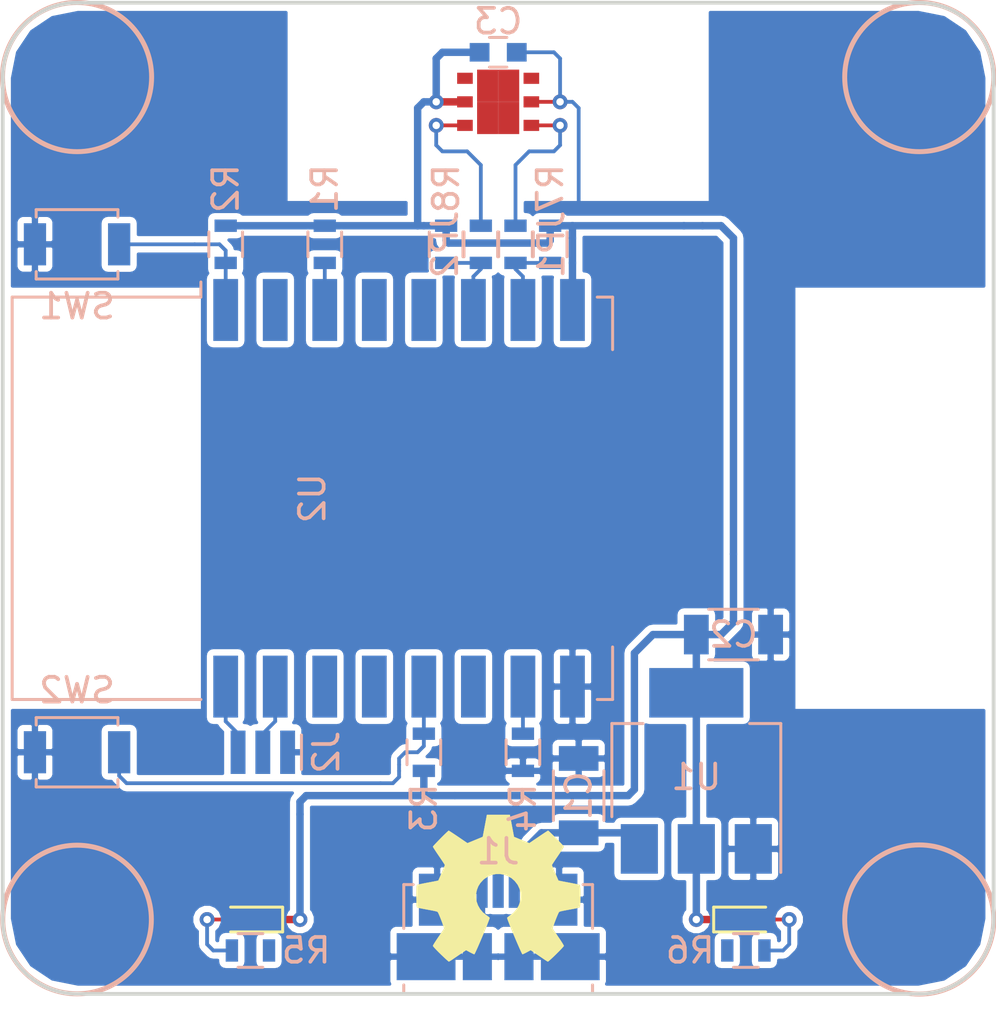
<source format=kicad_pcb>
(kicad_pcb (version 20170922) (host pcbnew "(2017-11-09 revision 87d06e526)-makepkg")

  (general
    (thickness 1.6)
    (drawings 12)
    (tracks 122)
    (zones 0)
    (modules 23)
    (nets 28)
  )

  (page A4)
  (layers
    (0 F.Cu signal)
    (31 B.Cu signal)
    (32 B.Adhes user)
    (33 F.Adhes user)
    (34 B.Paste user)
    (35 F.Paste user)
    (36 B.SilkS user)
    (37 F.SilkS user)
    (38 B.Mask user)
    (39 F.Mask user)
    (40 Dwgs.User user)
    (41 Cmts.User user)
    (42 Eco1.User user)
    (43 Eco2.User user)
    (44 Edge.Cuts user)
    (45 Margin user)
    (46 B.CrtYd user)
    (47 F.CrtYd user hide)
    (48 B.Fab user hide)
    (49 F.Fab user hide)
  )

  (setup
    (last_trace_width 0.152)
    (trace_clearance 0.152)
    (zone_clearance 0.254)
    (zone_45_only yes)
    (trace_min 0.152)
    (segment_width 0.2)
    (edge_width 0.15)
    (via_size 0.6)
    (via_drill 0.3)
    (via_min_size 0.3)
    (via_min_drill 0.3)
    (uvia_size 0.3)
    (uvia_drill 0.1)
    (uvias_allowed no)
    (uvia_min_size 0.2)
    (uvia_min_drill 0.1)
    (pcb_text_width 0.3)
    (pcb_text_size 1.5 1.5)
    (mod_edge_width 0.15)
    (mod_text_size 1 1)
    (mod_text_width 0.15)
    (pad_size 1.524 1.524)
    (pad_drill 0.762)
    (pad_to_mask_clearance 0.2)
    (aux_axis_origin 0 0)
    (visible_elements 7FFFFFFF)
    (pcbplotparams
      (layerselection 0x010fc_ffffffff)
      (usegerberextensions false)
      (usegerberattributes true)
      (usegerberadvancedattributes true)
      (creategerberjobfile true)
      (excludeedgelayer true)
      (linewidth 0.100000)
      (plotframeref false)
      (viasonmask false)
      (mode 1)
      (useauxorigin false)
      (hpglpennumber 1)
      (hpglpenspeed 20)
      (hpglpendiameter 15)
      (psnegative false)
      (psa4output false)
      (plotreference true)
      (plotvalue true)
      (plotinvisibletext false)
      (padsonsilk false)
      (subtractmaskfromsilk false)
      (outputformat 1)
      (mirror false)
      (drillshape 1)
      (scaleselection 1)
      (outputdirectory ""))
  )

  (net 0 "")
  (net 1 "Net-(U2-Pad2)")
  (net 2 "Net-(U2-Pad4)")
  (net 3 "Net-(U2-Pad5)")
  (net 4 +3V3)
  (net 5 GND)
  (net 6 "Net-(C1-Pad1)")
  (net 7 "Net-(J1-Pad3)")
  (net 8 "Net-(J1-Pad2)")
  (net 9 "Net-(U3-Pad4)")
  (net 10 "Net-(U3-Pad3)")
  (net 11 "Net-(U2-Pad20)")
  (net 12 "Net-(U2-Pad19)")
  (net 13 "Net-(U2-Pad17)")
  (net 14 "Net-(R1-Pad2)")
  (net 15 "Net-(R2-Pad2)")
  (net 16 "Net-(R3-Pad2)")
  (net 17 "Net-(R4-Pad1)")
  (net 18 "Net-(D1-Pad2)")
  (net 19 "Net-(D2-Pad2)")
  (net 20 "Net-(R5-Pad2)")
  (net 21 "Net-(R6-Pad2)")
  (net 22 SDA)
  (net 23 SCL)
  (net 24 "Net-(J2-Pad2)")
  (net 25 "Net-(J2-Pad3)")
  (net 26 "Net-(JP1-Pad2)")
  (net 27 "Net-(JP2-Pad1)")

  (net_class Default "This is the default net class."
    (clearance 0.152)
    (trace_width 0.152)
    (via_dia 0.6)
    (via_drill 0.3)
    (uvia_dia 0.3)
    (uvia_drill 0.1)
    (add_net GND)
    (add_net "Net-(D1-Pad2)")
    (add_net "Net-(D2-Pad2)")
    (add_net "Net-(J1-Pad2)")
    (add_net "Net-(J1-Pad3)")
    (add_net "Net-(J2-Pad2)")
    (add_net "Net-(J2-Pad3)")
    (add_net "Net-(JP1-Pad2)")
    (add_net "Net-(JP2-Pad1)")
    (add_net "Net-(R1-Pad2)")
    (add_net "Net-(R2-Pad2)")
    (add_net "Net-(R3-Pad2)")
    (add_net "Net-(R4-Pad1)")
    (add_net "Net-(R5-Pad2)")
    (add_net "Net-(R6-Pad2)")
    (add_net "Net-(U2-Pad17)")
    (add_net "Net-(U2-Pad19)")
    (add_net "Net-(U2-Pad2)")
    (add_net "Net-(U2-Pad20)")
    (add_net "Net-(U2-Pad4)")
    (add_net "Net-(U2-Pad5)")
    (add_net "Net-(U3-Pad3)")
    (add_net "Net-(U3-Pad4)")
    (add_net SCL)
    (add_net SDA)
  )

  (net_class VCC ""
    (clearance 0.2)
    (trace_width 0.3)
    (via_dia 0.6)
    (via_drill 0.3)
    (uvia_dia 0.3)
    (uvia_drill 0.1)
    (add_net +3V3)
    (add_net "Net-(C1-Pad1)")
  )

  (module RF_Modules:ESP-12E (layer B.Cu) (tedit 5A08C152) (tstamp 5A0AA56D)
    (at 92.5 100 270)
    (descr "Wi-Fi Module, http://wiki.ai-thinker.com/_media/esp8266/docs/aithinker_esp_12f_datasheet_en.pdf")
    (tags "Wi-Fi Module")
    (path /5A08894B)
    (attr smd)
    (fp_text reference U2 (at 0 0 270) (layer B.SilkS)
      (effects (font (size 1 1) (thickness 0.15)) (justify mirror))
    )
    (fp_text value ESP-12E (at -0.06 12.78 270) (layer B.Fab)
      (effects (font (size 1 1) (thickness 0.15)) (justify mirror))
    )
    (fp_line (start 5.56 4.8) (end 8.12 7.36) (layer Dwgs.User) (width 0.12))
    (fp_line (start 2.56 4.8) (end 8.12 10.36) (layer Dwgs.User) (width 0.12))
    (fp_line (start -0.44 4.8) (end 6.88 12.12) (layer Dwgs.User) (width 0.12))
    (fp_line (start -3.44 4.8) (end 3.88 12.12) (layer Dwgs.User) (width 0.12))
    (fp_line (start -6.44 4.8) (end 0.88 12.12) (layer Dwgs.User) (width 0.12))
    (fp_line (start -8.12 6.12) (end -2.12 12.12) (layer Dwgs.User) (width 0.12))
    (fp_line (start -8.12 9.12) (end -5.12 12.12) (layer Dwgs.User) (width 0.12))
    (fp_line (start -8.12 4.8) (end -8.12 12.12) (layer Dwgs.User) (width 0.12))
    (fp_line (start 8.12 4.8) (end -8.12 4.8) (layer Dwgs.User) (width 0.12))
    (fp_line (start 8.12 12.12) (end 8.12 4.8) (layer Dwgs.User) (width 0.12))
    (fp_line (start -8.12 12.12) (end 8.12 12.12) (layer Dwgs.User) (width 0.12))
    (fp_line (start -8.12 4.5) (end -8.73 4.5) (layer B.SilkS) (width 0.12))
    (fp_line (start -8.12 4.5) (end -8.12 12.12) (layer B.SilkS) (width 0.12))
    (fp_line (start -8.12 -12.12) (end -8.12 -11.5) (layer B.SilkS) (width 0.12))
    (fp_line (start -6 -12.12) (end -8.12 -12.12) (layer B.SilkS) (width 0.12))
    (fp_line (start 8.12 -12.12) (end 6 -12.12) (layer B.SilkS) (width 0.12))
    (fp_line (start 8.12 -11.5) (end 8.12 -12.12) (layer B.SilkS) (width 0.12))
    (fp_line (start 8.12 12.12) (end 8.12 4.5) (layer B.SilkS) (width 0.12))
    (fp_line (start -8.12 12.12) (end 8.12 12.12) (layer B.SilkS) (width 0.12))
    (fp_line (start -9.05 -13.1) (end -9.05 12.2) (layer B.CrtYd) (width 0.05))
    (fp_line (start 9.05 -13.1) (end -9.05 -13.1) (layer B.CrtYd) (width 0.05))
    (fp_line (start 9.05 12.2) (end 9.05 -13.1) (layer B.CrtYd) (width 0.05))
    (fp_line (start -9.05 12.2) (end 9.05 12.2) (layer B.CrtYd) (width 0.05))
    (fp_line (start -8 4) (end -8 12) (layer B.Fab) (width 0.12))
    (fp_line (start -7.5 3.5) (end -8 4) (layer B.Fab) (width 0.12))
    (fp_line (start -8 3) (end -7.5 3.5) (layer B.Fab) (width 0.12))
    (fp_line (start -8 -12) (end -8 3) (layer B.Fab) (width 0.12))
    (fp_line (start 8 -12) (end -8 -12) (layer B.Fab) (width 0.12))
    (fp_line (start 8 12) (end 8 -12) (layer B.Fab) (width 0.12))
    (fp_line (start -8 12) (end 8 12) (layer B.Fab) (width 0.12))
    (fp_text user %R (at 0.49 0.8 270) (layer B.Fab)
      (effects (font (size 1 1) (thickness 0.15)) (justify mirror))
    )
    (fp_text user "KEEP-OUT ZONE" (at 0.03 9.55 90) (layer Cmts.User)
      (effects (font (size 1 1) (thickness 0.15)))
    )
    (fp_text user Antenna (at -0.06 7 90) (layer Cmts.User)
      (effects (font (size 1 1) (thickness 0.15)))
    )
    (pad 22 smd rect (at 7.6 3.5 270) (size 2.5 1) (layers B.Cu B.Paste B.Mask)
      (net 25 "Net-(J2-Pad3)"))
    (pad 21 smd rect (at 7.6 1.5 270) (size 2.5 1) (layers B.Cu B.Paste B.Mask)
      (net 24 "Net-(J2-Pad2)"))
    (pad 20 smd rect (at 7.6 -0.5 270) (size 2.5 1) (layers B.Cu B.Paste B.Mask)
      (net 11 "Net-(U2-Pad20)"))
    (pad 19 smd rect (at 7.6 -2.5 270) (size 2.5 1) (layers B.Cu B.Paste B.Mask)
      (net 12 "Net-(U2-Pad19)"))
    (pad 18 smd rect (at 7.6 -4.5 270) (size 2.5 1) (layers B.Cu B.Paste B.Mask)
      (net 16 "Net-(R3-Pad2)"))
    (pad 17 smd rect (at 7.6 -6.5 270) (size 2.5 1) (layers B.Cu B.Paste B.Mask)
      (net 13 "Net-(U2-Pad17)"))
    (pad 16 smd rect (at 7.6 -8.5 270) (size 2.5 1) (layers B.Cu B.Paste B.Mask)
      (net 17 "Net-(R4-Pad1)"))
    (pad 15 smd rect (at 7.6 -10.5 270) (size 2.5 1) (layers B.Cu B.Paste B.Mask)
      (net 5 GND))
    (pad 8 smd rect (at -7.6 -10.5 270) (size 2.5 1) (layers B.Cu B.Paste B.Mask)
      (net 4 +3V3))
    (pad 7 smd rect (at -7.6 -8.5 270) (size 2.5 1) (layers B.Cu B.Paste B.Mask)
      (net 22 SDA))
    (pad 6 smd rect (at -7.6 -6.5 270) (size 2.5 1) (layers B.Cu B.Paste B.Mask)
      (net 23 SCL))
    (pad 5 smd rect (at -7.6 -4.5 270) (size 2.5 1) (layers B.Cu B.Paste B.Mask)
      (net 3 "Net-(U2-Pad5)"))
    (pad 4 smd rect (at -7.6 -2.5 270) (size 2.5 1) (layers B.Cu B.Paste B.Mask)
      (net 2 "Net-(U2-Pad4)"))
    (pad 3 smd rect (at -7.6 -0.5 270) (size 2.5 1) (layers B.Cu B.Paste B.Mask)
      (net 14 "Net-(R1-Pad2)"))
    (pad 2 smd rect (at -7.6 1.5 270) (size 2.5 1) (layers B.Cu B.Paste B.Mask)
      (net 1 "Net-(U2-Pad2)"))
    (pad 1 smd rect (at -7.6 3.5 270) (size 2.5 1) (layers B.Cu B.Paste B.Mask)
      (net 15 "Net-(R2-Pad2)"))
    (model ${KISYS3DMOD}/RF_Modules.3dshapes/ESP-12E.wrl
      (at (xyz 0 0 0))
      (scale (xyz 1 1 1))
      (rotate (xyz 0 0 0))
    )
  )

  (module Pin_Headers:Pin_Header_Straight_1x03_Pitch1.00mm_SMD_Pin1Right (layer B.Cu) (tedit 5A08D012) (tstamp 5A114CFB)
    (at 90.5 110.25 90)
    (descr "surface-mounted straight pin header, 1x03, 1.00mm pitch, single row, style 2 (pin 1 right)")
    (tags "Surface mounted pin header SMD 1x03 1.00mm single row style2 pin1 right")
    (path /5A08EE6F)
    (attr smd)
    (fp_text reference J2 (at 0 2.56 90) (layer B.SilkS)
      (effects (font (size 1 1) (thickness 0.15)) (justify mirror))
    )
    (fp_text value CONN_01X03 (at 0 -2.56 90) (layer B.Fab)
      (effects (font (size 1 1) (thickness 0.15)) (justify mirror))
    )
    (fp_text user %R (at 0 0) (layer B.Fab)
      (effects (font (size 1 1) (thickness 0.15)) (justify mirror))
    )
    (fp_line (start 2.25 2) (end -2.25 2) (layer B.CrtYd) (width 0.05))
    (fp_line (start 2.25 -2) (end 2.25 2) (layer B.CrtYd) (width 0.05))
    (fp_line (start -2.25 -2) (end 2.25 -2) (layer B.CrtYd) (width 0.05))
    (fp_line (start -2.25 2) (end -2.25 -2) (layer B.CrtYd) (width 0.05))
    (fp_line (start 0.695 1.56) (end 0.695 1.56) (layer B.SilkS) (width 0.12))
    (fp_line (start -0.695 1.56) (end 0.695 1.56) (layer B.SilkS) (width 0.12))
    (fp_line (start 1.25 -1.15) (end 0.635 -1.15) (layer B.Fab) (width 0.1))
    (fp_line (start 1.25 -0.85) (end 1.25 -1.15) (layer B.Fab) (width 0.1))
    (fp_line (start 0.635 -0.85) (end 1.25 -0.85) (layer B.Fab) (width 0.1))
    (fp_line (start 1.25 0.85) (end 0.635 0.85) (layer B.Fab) (width 0.1))
    (fp_line (start 1.25 1.15) (end 1.25 0.85) (layer B.Fab) (width 0.1))
    (fp_line (start 0.635 1.15) (end 1.25 1.15) (layer B.Fab) (width 0.1))
    (fp_line (start -1.25 -0.15) (end -0.635 -0.15) (layer B.Fab) (width 0.1))
    (fp_line (start -1.25 0.15) (end -1.25 -0.15) (layer B.Fab) (width 0.1))
    (fp_line (start -0.635 0.15) (end -1.25 0.15) (layer B.Fab) (width 0.1))
    (fp_line (start -0.635 1.5) (end -0.635 -1.5) (layer B.Fab) (width 0.1))
    (fp_line (start 0.635 1.15) (end 0.285 1.5) (layer B.Fab) (width 0.1))
    (fp_line (start 0.635 -1.5) (end 0.635 1.15) (layer B.Fab) (width 0.1))
    (fp_line (start -0.635 1.5) (end 0.285 1.5) (layer B.Fab) (width 0.1))
    (fp_line (start 0.635 -1.5) (end -0.635 -1.5) (layer B.Fab) (width 0.1))
    (pad 3 smd rect (at 0 -1 90) (size 1.75 0.6) (layers B.Cu B.Paste B.Mask)
      (net 25 "Net-(J2-Pad3)"))
    (pad 1 smd rect (at 0 1 90) (size 1.75 0.6) (layers B.Cu B.Paste B.Mask)
      (net 5 GND))
    (pad 2 smd rect (at 0 0 90) (size 1.75 0.6) (layers B.Cu B.Paste B.Mask)
      (net 24 "Net-(J2-Pad2)"))
    (model ${KISYS3DMOD}/Pin_Headers.3dshapes/Pin_Header_Straight_1x03_Pitch1.00mm_SMD_Pin1Right.wrl
      (at (xyz 0 0 0))
      (scale (xyz 1 1 1))
      (rotate (xyz 0 0 0))
    )
  )

  (module Housings_DFN_QFN:DFN-6-1EP_3x3mm_Pitch0.95mm (layer F.Cu) (tedit 5A089CF9) (tstamp 5A0A983C)
    (at 100 84 180)
    (descr "DFN6 3*3 MM, 0.95 PITCH; CASE 506AH-01 (see ON Semiconductor 506AH.PDF)")
    (tags "DFN 0.95")
    (path /5A088B82)
    (attr smd)
    (fp_text reference U3 (at 0 -2.575 180) (layer F.SilkS) hide
      (effects (font (size 1 1) (thickness 0.15)))
    )
    (fp_text value HTU21D (at 0 2.575 180) (layer F.Fab)
      (effects (font (size 1 1) (thickness 0.15)))
    )
    (fp_line (start -1.9 1.85) (end 1.9 1.85) (layer F.CrtYd) (width 0.05))
    (fp_line (start -1.9 -1.85) (end 1.9 -1.85) (layer F.CrtYd) (width 0.05))
    (fp_line (start 1.9 -1.85) (end 1.9 1.85) (layer F.CrtYd) (width 0.05))
    (fp_line (start -1.9 -1.85) (end -1.9 1.85) (layer F.CrtYd) (width 0.05))
    (fp_line (start -1.5 -0.5) (end -0.5 -1.5) (layer F.Fab) (width 0.15))
    (fp_line (start -1.5 1.5) (end -1.5 -0.5) (layer F.Fab) (width 0.15))
    (fp_line (start 1.5 1.5) (end -1.5 1.5) (layer F.Fab) (width 0.15))
    (fp_line (start 1.5 -1.5) (end 1.5 1.5) (layer F.Fab) (width 0.15))
    (fp_line (start -0.5 -1.5) (end 1.5 -1.5) (layer F.Fab) (width 0.15))
    (pad 7 smd rect (at -0.425 -0.65 180) (size 0.85 1.3) (layers F.Cu F.Paste F.Mask)
      (solder_paste_margin_ratio -0.2))
    (pad 7 smd rect (at -0.425 0.65 180) (size 0.85 1.3) (layers F.Cu F.Paste F.Mask)
      (solder_paste_margin_ratio -0.2))
    (pad 7 smd rect (at 0.425 -0.65 180) (size 0.85 1.3) (layers F.Cu F.Paste F.Mask)
      (solder_paste_margin_ratio -0.2))
    (pad 7 smd rect (at 0.425 0.65 180) (size 0.85 1.3) (layers F.Cu F.Paste F.Mask)
      (solder_paste_margin_ratio -0.2))
    (pad 6 smd rect (at 1.34 -0.95 180) (size 0.63 0.45) (layers F.Cu F.Paste F.Mask)
      (net 27 "Net-(JP2-Pad1)"))
    (pad 5 smd rect (at 1.34 0 180) (size 0.63 0.45) (layers F.Cu F.Paste F.Mask)
      (net 4 +3V3))
    (pad 4 smd rect (at 1.34 0.95 180) (size 0.63 0.45) (layers F.Cu F.Paste F.Mask)
      (net 9 "Net-(U3-Pad4)"))
    (pad 3 smd rect (at -1.34 0.95 180) (size 0.63 0.45) (layers F.Cu F.Paste F.Mask)
      (net 10 "Net-(U3-Pad3)"))
    (pad 2 smd rect (at -1.34 0 180) (size 0.63 0.45) (layers F.Cu F.Paste F.Mask)
      (net 5 GND))
    (pad 1 smd rect (at -1.34 -0.95 180) (size 0.63 0.45) (layers F.Cu F.Paste F.Mask)
      (net 26 "Net-(JP1-Pad2)"))
    (model ${KISYS3DMOD}/Housings_DFN_QFN.3dshapes/DFN-6-1EP_3x3mm_Pitch0.95mm.wrl
      (at (xyz 0 0 0))
      (scale (xyz 1 1 1))
      (rotate (xyz 0 0 0))
    )
  )

  (module Capacitors_SMD:C_1206 (layer B.Cu) (tedit 5A08A6CB) (tstamp 5A0A97CB)
    (at 103.25 112 90)
    (descr "Capacitor SMD 1206, reflow soldering, AVX (see smccp.pdf)")
    (tags "capacitor 1206")
    (path /5A089032)
    (attr smd)
    (fp_text reference C1 (at 0 0 90) (layer B.SilkS)
      (effects (font (size 1 1) (thickness 0.15)) (justify mirror))
    )
    (fp_text value "10 uF" (at 0 -2 90) (layer B.Fab)
      (effects (font (size 1 1) (thickness 0.15)) (justify mirror))
    )
    (fp_line (start 2.25 -1.05) (end -2.25 -1.05) (layer B.CrtYd) (width 0.05))
    (fp_line (start 2.25 -1.05) (end 2.25 1.05) (layer B.CrtYd) (width 0.05))
    (fp_line (start -2.25 1.05) (end -2.25 -1.05) (layer B.CrtYd) (width 0.05))
    (fp_line (start -2.25 1.05) (end 2.25 1.05) (layer B.CrtYd) (width 0.05))
    (fp_line (start -1 -1.02) (end 1 -1.02) (layer B.SilkS) (width 0.12))
    (fp_line (start 1 1.02) (end -1 1.02) (layer B.SilkS) (width 0.12))
    (fp_line (start -1.6 0.8) (end 1.6 0.8) (layer B.Fab) (width 0.1))
    (fp_line (start 1.6 0.8) (end 1.6 -0.8) (layer B.Fab) (width 0.1))
    (fp_line (start 1.6 -0.8) (end -1.6 -0.8) (layer B.Fab) (width 0.1))
    (fp_line (start -1.6 -0.8) (end -1.6 0.8) (layer B.Fab) (width 0.1))
    (fp_text user %R (at 0 1.75 90) (layer B.Fab)
      (effects (font (size 1 1) (thickness 0.15)) (justify mirror))
    )
    (pad 2 smd rect (at 1.5 0 90) (size 1 1.6) (layers B.Cu B.Paste B.Mask)
      (net 5 GND))
    (pad 1 smd rect (at -1.5 0 90) (size 1 1.6) (layers B.Cu B.Paste B.Mask)
      (net 6 "Net-(C1-Pad1)"))
    (model Capacitors_SMD.3dshapes/C_1206.wrl
      (at (xyz 0 0 0))
      (scale (xyz 1 1 1))
      (rotate (xyz 0 0 0))
    )
  )

  (module Capacitors_SMD:C_1206 (layer B.Cu) (tedit 5A08A6C5) (tstamp 5A0A97DC)
    (at 109.5 105.5)
    (descr "Capacitor SMD 1206, reflow soldering, AVX (see smccp.pdf)")
    (tags "capacitor 1206")
    (path /5A089078)
    (attr smd)
    (fp_text reference C2 (at 0 0) (layer B.SilkS)
      (effects (font (size 1 1) (thickness 0.15)) (justify mirror))
    )
    (fp_text value "10 uF" (at 0 -2) (layer B.Fab)
      (effects (font (size 1 1) (thickness 0.15)) (justify mirror))
    )
    (fp_text user %R (at 0 1.75) (layer B.Fab)
      (effects (font (size 1 1) (thickness 0.15)) (justify mirror))
    )
    (fp_line (start -1.6 -0.8) (end -1.6 0.8) (layer B.Fab) (width 0.1))
    (fp_line (start 1.6 -0.8) (end -1.6 -0.8) (layer B.Fab) (width 0.1))
    (fp_line (start 1.6 0.8) (end 1.6 -0.8) (layer B.Fab) (width 0.1))
    (fp_line (start -1.6 0.8) (end 1.6 0.8) (layer B.Fab) (width 0.1))
    (fp_line (start 1 1.02) (end -1 1.02) (layer B.SilkS) (width 0.12))
    (fp_line (start -1 -1.02) (end 1 -1.02) (layer B.SilkS) (width 0.12))
    (fp_line (start -2.25 1.05) (end 2.25 1.05) (layer B.CrtYd) (width 0.05))
    (fp_line (start -2.25 1.05) (end -2.25 -1.05) (layer B.CrtYd) (width 0.05))
    (fp_line (start 2.25 -1.05) (end 2.25 1.05) (layer B.CrtYd) (width 0.05))
    (fp_line (start 2.25 -1.05) (end -2.25 -1.05) (layer B.CrtYd) (width 0.05))
    (pad 1 smd rect (at -1.5 0) (size 1 1.6) (layers B.Cu B.Paste B.Mask)
      (net 4 +3V3))
    (pad 2 smd rect (at 1.5 0) (size 1 1.6) (layers B.Cu B.Paste B.Mask)
      (net 5 GND))
    (model Capacitors_SMD.3dshapes/C_1206.wrl
      (at (xyz 0 0 0))
      (scale (xyz 1 1 1))
      (rotate (xyz 0 0 0))
    )
  )

  (module Capacitors_SMD:C_0603 (layer B.Cu) (tedit 5A08C9D1) (tstamp 5A0A97ED)
    (at 100 82 180)
    (descr "Capacitor SMD 0603, reflow soldering, AVX (see smccp.pdf)")
    (tags "capacitor 0603")
    (path /5A088E1D)
    (attr smd)
    (fp_text reference C3 (at 0 1.25 180) (layer B.SilkS)
      (effects (font (size 1 1) (thickness 0.15)) (justify mirror))
    )
    (fp_text value "100 nF" (at 0 -1.5 180) (layer B.Fab)
      (effects (font (size 1 1) (thickness 0.15)) (justify mirror))
    )
    (fp_text user %R (at 0 0 180) (layer B.Fab)
      (effects (font (size 0.3 0.3) (thickness 0.075)) (justify mirror))
    )
    (fp_line (start -0.8 -0.4) (end -0.8 0.4) (layer B.Fab) (width 0.1))
    (fp_line (start 0.8 -0.4) (end -0.8 -0.4) (layer B.Fab) (width 0.1))
    (fp_line (start 0.8 0.4) (end 0.8 -0.4) (layer B.Fab) (width 0.1))
    (fp_line (start -0.8 0.4) (end 0.8 0.4) (layer B.Fab) (width 0.1))
    (fp_line (start -0.35 0.6) (end 0.35 0.6) (layer B.SilkS) (width 0.12))
    (fp_line (start 0.35 -0.6) (end -0.35 -0.6) (layer B.SilkS) (width 0.12))
    (fp_line (start -1.4 0.65) (end 1.4 0.65) (layer B.CrtYd) (width 0.05))
    (fp_line (start -1.4 0.65) (end -1.4 -0.65) (layer B.CrtYd) (width 0.05))
    (fp_line (start 1.4 -0.65) (end 1.4 0.65) (layer B.CrtYd) (width 0.05))
    (fp_line (start 1.4 -0.65) (end -1.4 -0.65) (layer B.CrtYd) (width 0.05))
    (pad 1 smd rect (at -0.75 0 180) (size 0.8 0.75) (layers B.Cu B.Paste B.Mask)
      (net 5 GND))
    (pad 2 smd rect (at 0.75 0 180) (size 0.8 0.75) (layers B.Cu B.Paste B.Mask)
      (net 4 +3V3))
    (model Capacitors_SMD.3dshapes/C_0603.wrl
      (at (xyz 0 0 0))
      (scale (xyz 1 1 1))
      (rotate (xyz 0 0 0))
    )
  )

  (module Connectors_USB:USB_Micro-B_Molex_47346-0001 (layer B.Cu) (tedit 5A08AA55) (tstamp 5A0A980D)
    (at 100 118.5 180)
    (descr "Micro USB B receptable with flange, bottom-mount, SMD, right-angle (http://www.molex.com/pdm_docs/sd/473460001_sd.pdf)")
    (tags "Micro B USB SMD")
    (path /5A08E854)
    (attr smd)
    (fp_text reference J1 (at 0 4.25) (layer B.SilkS)
      (effects (font (size 1 1) (thickness 0.15)) (justify mirror))
    )
    (fp_text value USB_OTG (at 0 -3.4) (layer B.Fab)
      (effects (font (size 1 1) (thickness 0.15)) (justify mirror))
    )
    (fp_line (start -3.25 -1.45) (end 3.25 -1.45) (layer B.Fab) (width 0.1))
    (fp_line (start -3.81 -1.4) (end -3.81 -1.14) (layer B.SilkS) (width 0.12))
    (fp_line (start -3.81 1.14) (end -3.81 2.91) (layer B.SilkS) (width 0.12))
    (fp_line (start -3.81 2.91) (end -3.43 2.91) (layer B.SilkS) (width 0.12))
    (fp_line (start 3.81 2.91) (end 3.81 1.14) (layer B.SilkS) (width 0.12))
    (fp_line (start 3.81 -1.14) (end 3.81 -1.4) (layer B.SilkS) (width 0.12))
    (fp_line (start -3.75 -2.15) (end -3.75 2.85) (layer B.Fab) (width 0.1))
    (fp_line (start -3.75 2.85) (end 3.75 2.85) (layer B.Fab) (width 0.1))
    (fp_line (start 3.75 2.85) (end 3.75 -2.15) (layer B.Fab) (width 0.1))
    (fp_line (start 3.75 -2.15) (end -3.75 -2.15) (layer B.Fab) (width 0.1))
    (fp_line (start -4.6 -2.7) (end -4.6 3.9) (layer B.CrtYd) (width 0.05))
    (fp_line (start -4.6 3.9) (end 4.6 3.9) (layer B.CrtYd) (width 0.05))
    (fp_line (start 4.6 3.9) (end 4.6 -2.7) (layer B.CrtYd) (width 0.05))
    (fp_line (start 4.6 -2.7) (end -4.6 -2.7) (layer B.CrtYd) (width 0.05))
    (fp_line (start 3.81 2.91) (end 3.43 2.91) (layer B.SilkS) (width 0.12))
    (fp_text user %R (at 0 0 180) (layer B.Fab)
      (effects (font (size 1 1) (thickness 0.15)) (justify mirror))
    )
    (fp_text user "PCB Edge" (at 0 -1.47) (layer Dwgs.User)
      (effects (font (size 0.4 0.4) (thickness 0.04)))
    )
    (pad 6 smd rect (at 0.84 0 180) (size 1.175 1.9) (layers B.Cu B.Paste B.Mask)
      (net 5 GND))
    (pad 6 smd rect (at -0.84 0 180) (size 1.175 1.9) (layers B.Cu B.Paste B.Mask)
      (net 5 GND))
    (pad 6 smd rect (at 2.91 0 180) (size 2.375 1.9) (layers B.Cu B.Paste B.Mask)
      (net 5 GND))
    (pad 6 smd rect (at -2.91 0 180) (size 2.375 1.9) (layers B.Cu B.Paste B.Mask)
      (net 5 GND))
    (pad 6 smd rect (at 2.4625 2.3 180) (size 1.475 2.1) (layers B.Cu B.Paste B.Mask)
      (net 5 GND))
    (pad 6 smd rect (at -2.4625 2.3 180) (size 1.475 2.1) (layers B.Cu B.Paste B.Mask)
      (net 5 GND))
    (pad 5 smd rect (at 1.3 2.66 180) (size 0.45 1.38) (layers B.Cu B.Paste B.Mask)
      (net 5 GND))
    (pad 4 smd rect (at 0.65 2.66 180) (size 0.45 1.38) (layers B.Cu B.Paste B.Mask)
      (net 5 GND))
    (pad 3 smd rect (at 0 2.66 180) (size 0.45 1.38) (layers B.Cu B.Paste B.Mask)
      (net 7 "Net-(J1-Pad3)"))
    (pad 2 smd rect (at -0.65 2.66 180) (size 0.45 1.38) (layers B.Cu B.Paste B.Mask)
      (net 8 "Net-(J1-Pad2)"))
    (pad 1 smd rect (at -1.3 2.66 180) (size 0.45 1.38) (layers B.Cu B.Paste B.Mask)
      (net 6 "Net-(C1-Pad1)"))
    (model ${KISYS3DMOD}/Connectors_USB.3dshapes/USB_Micro-B_Molex_47346-0001.wrl
      (at (xyz 0 0 0))
      (scale (xyz 1 1 1))
      (rotate (xyz 0 0 0))
    )
  )

  (module TO_SOT_Packages_SMD:SOT-223-3Lead_TabPin2 (layer B.Cu) (tedit 5A08AA4F) (tstamp 5A0A9823)
    (at 108 111 90)
    (descr "module CMS SOT223 4 pins")
    (tags "CMS SOT")
    (path /5A088802)
    (attr smd)
    (fp_text reference U1 (at -0.25 0 180) (layer B.SilkS)
      (effects (font (size 1 1) (thickness 0.15)) (justify mirror))
    )
    (fp_text value AP1117-33 (at 0 -4.5 90) (layer B.Fab)
      (effects (font (size 1 1) (thickness 0.15)) (justify mirror))
    )
    (fp_text user %R (at 0 0 90) (layer B.Fab)
      (effects (font (size 0.8 0.8) (thickness 0.12)) (justify mirror))
    )
    (fp_line (start 1.91 -3.41) (end 1.91 -2.15) (layer B.SilkS) (width 0.12))
    (fp_line (start 1.91 3.41) (end 1.91 2.15) (layer B.SilkS) (width 0.12))
    (fp_line (start 4.4 3.6) (end -4.4 3.6) (layer B.CrtYd) (width 0.05))
    (fp_line (start 4.4 -3.6) (end 4.4 3.6) (layer B.CrtYd) (width 0.05))
    (fp_line (start -4.4 -3.6) (end 4.4 -3.6) (layer B.CrtYd) (width 0.05))
    (fp_line (start -4.4 3.6) (end -4.4 -3.6) (layer B.CrtYd) (width 0.05))
    (fp_line (start -1.85 2.35) (end -0.85 3.35) (layer B.Fab) (width 0.1))
    (fp_line (start -1.85 2.35) (end -1.85 -3.35) (layer B.Fab) (width 0.1))
    (fp_line (start -1.85 -3.41) (end 1.91 -3.41) (layer B.SilkS) (width 0.12))
    (fp_line (start -0.85 3.35) (end 1.85 3.35) (layer B.Fab) (width 0.1))
    (fp_line (start -4.1 3.41) (end 1.91 3.41) (layer B.SilkS) (width 0.12))
    (fp_line (start -1.85 -3.35) (end 1.85 -3.35) (layer B.Fab) (width 0.1))
    (fp_line (start 1.85 3.35) (end 1.85 -3.35) (layer B.Fab) (width 0.1))
    (pad 2 smd rect (at 3.15 0 90) (size 2 3.8) (layers B.Cu B.Paste B.Mask)
      (net 4 +3V3))
    (pad 2 smd rect (at -3.15 0 90) (size 2 1.5) (layers B.Cu B.Paste B.Mask)
      (net 4 +3V3))
    (pad 3 smd rect (at -3.15 -2.3 90) (size 2 1.5) (layers B.Cu B.Paste B.Mask)
      (net 6 "Net-(C1-Pad1)"))
    (pad 1 smd rect (at -3.15 2.3 90) (size 2 1.5) (layers B.Cu B.Paste B.Mask)
      (net 5 GND))
    (model ${KISYS3DMOD}/TO_SOT_Packages_SMD.3dshapes/SOT-223.wrl
      (at (xyz 0 0 0))
      (scale (xyz 1 1 1))
      (rotate (xyz 0 0 0))
    )
  )

  (module Resistors_SMD:R_0603 (layer B.Cu) (tedit 5A08A6EB) (tstamp 5A0BB754)
    (at 93 89.75 270)
    (descr "Resistor SMD 0603, reflow soldering, Vishay (see dcrcw.pdf)")
    (tags "resistor 0603")
    (path /5A089E23)
    (attr smd)
    (fp_text reference R1 (at -2.25 0 270) (layer B.SilkS)
      (effects (font (size 1 1) (thickness 0.15)) (justify mirror))
    )
    (fp_text value 10k (at 0 -1.5 270) (layer B.Fab)
      (effects (font (size 1 1) (thickness 0.15)) (justify mirror))
    )
    (fp_text user %R (at 0 0 270) (layer B.Fab)
      (effects (font (size 0.4 0.4) (thickness 0.075)) (justify mirror))
    )
    (fp_line (start -0.8 -0.4) (end -0.8 0.4) (layer B.Fab) (width 0.1))
    (fp_line (start 0.8 -0.4) (end -0.8 -0.4) (layer B.Fab) (width 0.1))
    (fp_line (start 0.8 0.4) (end 0.8 -0.4) (layer B.Fab) (width 0.1))
    (fp_line (start -0.8 0.4) (end 0.8 0.4) (layer B.Fab) (width 0.1))
    (fp_line (start 0.5 -0.68) (end -0.5 -0.68) (layer B.SilkS) (width 0.12))
    (fp_line (start -0.5 0.68) (end 0.5 0.68) (layer B.SilkS) (width 0.12))
    (fp_line (start -1.25 0.7) (end 1.25 0.7) (layer B.CrtYd) (width 0.05))
    (fp_line (start -1.25 0.7) (end -1.25 -0.7) (layer B.CrtYd) (width 0.05))
    (fp_line (start 1.25 -0.7) (end 1.25 0.7) (layer B.CrtYd) (width 0.05))
    (fp_line (start 1.25 -0.7) (end -1.25 -0.7) (layer B.CrtYd) (width 0.05))
    (pad 1 smd rect (at -0.75 0 270) (size 0.5 0.9) (layers B.Cu B.Paste B.Mask)
      (net 4 +3V3))
    (pad 2 smd rect (at 0.75 0 270) (size 0.5 0.9) (layers B.Cu B.Paste B.Mask)
      (net 14 "Net-(R1-Pad2)"))
    (model ${KISYS3DMOD}/Resistors_SMD.3dshapes/R_0603.wrl
      (at (xyz 0 0 0))
      (scale (xyz 1 1 1))
      (rotate (xyz 0 0 0))
    )
  )

  (module Resistors_SMD:R_0603 (layer B.Cu) (tedit 5A08A6F1) (tstamp 5A0BB765)
    (at 89 89.75 270)
    (descr "Resistor SMD 0603, reflow soldering, Vishay (see dcrcw.pdf)")
    (tags "resistor 0603")
    (path /5A089DB8)
    (attr smd)
    (fp_text reference R2 (at -2.25 0 270) (layer B.SilkS)
      (effects (font (size 1 1) (thickness 0.15)) (justify mirror))
    )
    (fp_text value 10k (at 0 -1.5 270) (layer B.Fab)
      (effects (font (size 1 1) (thickness 0.15)) (justify mirror))
    )
    (fp_line (start 1.25 -0.7) (end -1.25 -0.7) (layer B.CrtYd) (width 0.05))
    (fp_line (start 1.25 -0.7) (end 1.25 0.7) (layer B.CrtYd) (width 0.05))
    (fp_line (start -1.25 0.7) (end -1.25 -0.7) (layer B.CrtYd) (width 0.05))
    (fp_line (start -1.25 0.7) (end 1.25 0.7) (layer B.CrtYd) (width 0.05))
    (fp_line (start -0.5 0.68) (end 0.5 0.68) (layer B.SilkS) (width 0.12))
    (fp_line (start 0.5 -0.68) (end -0.5 -0.68) (layer B.SilkS) (width 0.12))
    (fp_line (start -0.8 0.4) (end 0.8 0.4) (layer B.Fab) (width 0.1))
    (fp_line (start 0.8 0.4) (end 0.8 -0.4) (layer B.Fab) (width 0.1))
    (fp_line (start 0.8 -0.4) (end -0.8 -0.4) (layer B.Fab) (width 0.1))
    (fp_line (start -0.8 -0.4) (end -0.8 0.4) (layer B.Fab) (width 0.1))
    (fp_text user %R (at 0 0 270) (layer B.Fab)
      (effects (font (size 0.4 0.4) (thickness 0.075)) (justify mirror))
    )
    (pad 2 smd rect (at 0.75 0 270) (size 0.5 0.9) (layers B.Cu B.Paste B.Mask)
      (net 15 "Net-(R2-Pad2)"))
    (pad 1 smd rect (at -0.75 0 270) (size 0.5 0.9) (layers B.Cu B.Paste B.Mask)
      (net 4 +3V3))
    (model ${KISYS3DMOD}/Resistors_SMD.3dshapes/R_0603.wrl
      (at (xyz 0 0 0))
      (scale (xyz 1 1 1))
      (rotate (xyz 0 0 0))
    )
  )

  (module Resistors_SMD:R_0603 (layer B.Cu) (tedit 5A08A6DD) (tstamp 5A0BB776)
    (at 97 110.25 90)
    (descr "Resistor SMD 0603, reflow soldering, Vishay (see dcrcw.pdf)")
    (tags "resistor 0603")
    (path /5A089F57)
    (attr smd)
    (fp_text reference R3 (at -2.25 0 90) (layer B.SilkS)
      (effects (font (size 1 1) (thickness 0.15)) (justify mirror))
    )
    (fp_text value 10k (at 0 -1.5 90) (layer B.Fab)
      (effects (font (size 1 1) (thickness 0.15)) (justify mirror))
    )
    (fp_line (start 1.25 -0.7) (end -1.25 -0.7) (layer B.CrtYd) (width 0.05))
    (fp_line (start 1.25 -0.7) (end 1.25 0.7) (layer B.CrtYd) (width 0.05))
    (fp_line (start -1.25 0.7) (end -1.25 -0.7) (layer B.CrtYd) (width 0.05))
    (fp_line (start -1.25 0.7) (end 1.25 0.7) (layer B.CrtYd) (width 0.05))
    (fp_line (start -0.5 0.68) (end 0.5 0.68) (layer B.SilkS) (width 0.12))
    (fp_line (start 0.5 -0.68) (end -0.5 -0.68) (layer B.SilkS) (width 0.12))
    (fp_line (start -0.8 0.4) (end 0.8 0.4) (layer B.Fab) (width 0.1))
    (fp_line (start 0.8 0.4) (end 0.8 -0.4) (layer B.Fab) (width 0.1))
    (fp_line (start 0.8 -0.4) (end -0.8 -0.4) (layer B.Fab) (width 0.1))
    (fp_line (start -0.8 -0.4) (end -0.8 0.4) (layer B.Fab) (width 0.1))
    (fp_text user %R (at 0 0 90) (layer B.Fab)
      (effects (font (size 0.4 0.4) (thickness 0.075)) (justify mirror))
    )
    (pad 2 smd rect (at 0.75 0 90) (size 0.5 0.9) (layers B.Cu B.Paste B.Mask)
      (net 16 "Net-(R3-Pad2)"))
    (pad 1 smd rect (at -0.75 0 90) (size 0.5 0.9) (layers B.Cu B.Paste B.Mask)
      (net 4 +3V3))
    (model ${KISYS3DMOD}/Resistors_SMD.3dshapes/R_0603.wrl
      (at (xyz 0 0 0))
      (scale (xyz 1 1 1))
      (rotate (xyz 0 0 0))
    )
  )

  (module Resistors_SMD:R_0603 (layer B.Cu) (tedit 5A08A6E0) (tstamp 5A0BB787)
    (at 101 110.25 270)
    (descr "Resistor SMD 0603, reflow soldering, Vishay (see dcrcw.pdf)")
    (tags "resistor 0603")
    (path /5A08A123)
    (attr smd)
    (fp_text reference R4 (at 2.25 0 270) (layer B.SilkS)
      (effects (font (size 1 1) (thickness 0.15)) (justify mirror))
    )
    (fp_text value 10k (at 0 -1.5 270) (layer B.Fab)
      (effects (font (size 1 1) (thickness 0.15)) (justify mirror))
    )
    (fp_text user %R (at 0 0 270) (layer B.Fab)
      (effects (font (size 0.4 0.4) (thickness 0.075)) (justify mirror))
    )
    (fp_line (start -0.8 -0.4) (end -0.8 0.4) (layer B.Fab) (width 0.1))
    (fp_line (start 0.8 -0.4) (end -0.8 -0.4) (layer B.Fab) (width 0.1))
    (fp_line (start 0.8 0.4) (end 0.8 -0.4) (layer B.Fab) (width 0.1))
    (fp_line (start -0.8 0.4) (end 0.8 0.4) (layer B.Fab) (width 0.1))
    (fp_line (start 0.5 -0.68) (end -0.5 -0.68) (layer B.SilkS) (width 0.12))
    (fp_line (start -0.5 0.68) (end 0.5 0.68) (layer B.SilkS) (width 0.12))
    (fp_line (start -1.25 0.7) (end 1.25 0.7) (layer B.CrtYd) (width 0.05))
    (fp_line (start -1.25 0.7) (end -1.25 -0.7) (layer B.CrtYd) (width 0.05))
    (fp_line (start 1.25 -0.7) (end 1.25 0.7) (layer B.CrtYd) (width 0.05))
    (fp_line (start 1.25 -0.7) (end -1.25 -0.7) (layer B.CrtYd) (width 0.05))
    (pad 1 smd rect (at -0.75 0 270) (size 0.5 0.9) (layers B.Cu B.Paste B.Mask)
      (net 17 "Net-(R4-Pad1)"))
    (pad 2 smd rect (at 0.75 0 270) (size 0.5 0.9) (layers B.Cu B.Paste B.Mask)
      (net 5 GND))
    (model ${KISYS3DMOD}/Resistors_SMD.3dshapes/R_0603.wrl
      (at (xyz 0 0 0))
      (scale (xyz 1 1 1))
      (rotate (xyz 0 0 0))
    )
  )

  (module LEDs:LED_0603 (layer F.Cu) (tedit 5A08A6AF) (tstamp 5A0C4D7B)
    (at 90 117 180)
    (descr "LED 0603 smd package")
    (tags "LED led 0603 SMD smd SMT smt smdled SMDLED smtled SMTLED")
    (path /5A08A8EC)
    (attr smd)
    (fp_text reference D1 (at 0 1.25 180) (layer F.SilkS) hide
      (effects (font (size 1 1) (thickness 0.15)))
    )
    (fp_text value LED (at 0 1.35 180) (layer F.Fab)
      (effects (font (size 1 1) (thickness 0.15)))
    )
    (fp_line (start -1.45 -0.65) (end 1.45 -0.65) (layer F.CrtYd) (width 0.05))
    (fp_line (start -1.45 0.65) (end -1.45 -0.65) (layer F.CrtYd) (width 0.05))
    (fp_line (start 1.45 0.65) (end -1.45 0.65) (layer F.CrtYd) (width 0.05))
    (fp_line (start 1.45 -0.65) (end 1.45 0.65) (layer F.CrtYd) (width 0.05))
    (fp_line (start -1.3 -0.5) (end 0.8 -0.5) (layer F.SilkS) (width 0.12))
    (fp_line (start -1.3 0.5) (end 0.8 0.5) (layer F.SilkS) (width 0.12))
    (fp_line (start -0.8 0.4) (end -0.8 -0.4) (layer F.Fab) (width 0.1))
    (fp_line (start -0.8 -0.4) (end 0.8 -0.4) (layer F.Fab) (width 0.1))
    (fp_line (start 0.8 -0.4) (end 0.8 0.4) (layer F.Fab) (width 0.1))
    (fp_line (start 0.8 0.4) (end -0.8 0.4) (layer F.Fab) (width 0.1))
    (fp_line (start 0.15 -0.2) (end 0.15 0.2) (layer F.Fab) (width 0.1))
    (fp_line (start 0.15 0.2) (end -0.15 0) (layer F.Fab) (width 0.1))
    (fp_line (start -0.15 0) (end 0.15 -0.2) (layer F.Fab) (width 0.1))
    (fp_line (start -0.2 -0.2) (end -0.2 0.2) (layer F.Fab) (width 0.1))
    (fp_line (start -1.3 -0.5) (end -1.3 0.5) (layer F.SilkS) (width 0.12))
    (pad 1 smd rect (at -0.8 0) (size 0.8 0.8) (layers F.Cu F.Paste F.Mask)
      (net 4 +3V3))
    (pad 2 smd rect (at 0.8 0) (size 0.8 0.8) (layers F.Cu F.Paste F.Mask)
      (net 18 "Net-(D1-Pad2)"))
    (model ${KISYS3DMOD}/LEDs.3dshapes/LED_0603.wrl
      (at (xyz 0 0 0))
      (scale (xyz 1 1 1))
      (rotate (xyz 0 0 180))
    )
  )

  (module LEDs:LED_0603 (layer F.Cu) (tedit 5A08A69C) (tstamp 5A0C4D90)
    (at 110 117)
    (descr "LED 0603 smd package")
    (tags "LED led 0603 SMD smd SMT smt smdled SMDLED smtled SMTLED")
    (path /5A08A96D)
    (attr smd)
    (fp_text reference D2 (at 0 -1.25) (layer F.SilkS) hide
      (effects (font (size 1 1) (thickness 0.15)))
    )
    (fp_text value LED (at 0 1.35) (layer F.Fab)
      (effects (font (size 1 1) (thickness 0.15)))
    )
    (fp_line (start -1.3 -0.5) (end -1.3 0.5) (layer F.SilkS) (width 0.12))
    (fp_line (start -0.2 -0.2) (end -0.2 0.2) (layer F.Fab) (width 0.1))
    (fp_line (start -0.15 0) (end 0.15 -0.2) (layer F.Fab) (width 0.1))
    (fp_line (start 0.15 0.2) (end -0.15 0) (layer F.Fab) (width 0.1))
    (fp_line (start 0.15 -0.2) (end 0.15 0.2) (layer F.Fab) (width 0.1))
    (fp_line (start 0.8 0.4) (end -0.8 0.4) (layer F.Fab) (width 0.1))
    (fp_line (start 0.8 -0.4) (end 0.8 0.4) (layer F.Fab) (width 0.1))
    (fp_line (start -0.8 -0.4) (end 0.8 -0.4) (layer F.Fab) (width 0.1))
    (fp_line (start -0.8 0.4) (end -0.8 -0.4) (layer F.Fab) (width 0.1))
    (fp_line (start -1.3 0.5) (end 0.8 0.5) (layer F.SilkS) (width 0.12))
    (fp_line (start -1.3 -0.5) (end 0.8 -0.5) (layer F.SilkS) (width 0.12))
    (fp_line (start 1.45 -0.65) (end 1.45 0.65) (layer F.CrtYd) (width 0.05))
    (fp_line (start 1.45 0.65) (end -1.45 0.65) (layer F.CrtYd) (width 0.05))
    (fp_line (start -1.45 0.65) (end -1.45 -0.65) (layer F.CrtYd) (width 0.05))
    (fp_line (start -1.45 -0.65) (end 1.45 -0.65) (layer F.CrtYd) (width 0.05))
    (pad 2 smd rect (at 0.8 0 180) (size 0.8 0.8) (layers F.Cu F.Paste F.Mask)
      (net 19 "Net-(D2-Pad2)"))
    (pad 1 smd rect (at -0.8 0 180) (size 0.8 0.8) (layers F.Cu F.Paste F.Mask)
      (net 4 +3V3))
    (model ${KISYS3DMOD}/LEDs.3dshapes/LED_0603.wrl
      (at (xyz 0 0 0))
      (scale (xyz 1 1 1))
      (rotate (xyz 0 0 180))
    )
  )

  (module Resistors_SMD:R_0603 (layer B.Cu) (tedit 5A08A70C) (tstamp 5A0C4DA1)
    (at 90 118.25)
    (descr "Resistor SMD 0603, reflow soldering, Vishay (see dcrcw.pdf)")
    (tags "resistor 0603")
    (path /5A08AA11)
    (attr smd)
    (fp_text reference R5 (at 2.25 0) (layer B.SilkS)
      (effects (font (size 1 1) (thickness 0.15)) (justify mirror))
    )
    (fp_text value 470 (at 0 -1.5) (layer B.Fab)
      (effects (font (size 1 1) (thickness 0.15)) (justify mirror))
    )
    (fp_text user %R (at 0 0) (layer B.Fab)
      (effects (font (size 0.4 0.4) (thickness 0.075)) (justify mirror))
    )
    (fp_line (start -0.8 -0.4) (end -0.8 0.4) (layer B.Fab) (width 0.1))
    (fp_line (start 0.8 -0.4) (end -0.8 -0.4) (layer B.Fab) (width 0.1))
    (fp_line (start 0.8 0.4) (end 0.8 -0.4) (layer B.Fab) (width 0.1))
    (fp_line (start -0.8 0.4) (end 0.8 0.4) (layer B.Fab) (width 0.1))
    (fp_line (start 0.5 -0.68) (end -0.5 -0.68) (layer B.SilkS) (width 0.12))
    (fp_line (start -0.5 0.68) (end 0.5 0.68) (layer B.SilkS) (width 0.12))
    (fp_line (start -1.25 0.7) (end 1.25 0.7) (layer B.CrtYd) (width 0.05))
    (fp_line (start -1.25 0.7) (end -1.25 -0.7) (layer B.CrtYd) (width 0.05))
    (fp_line (start 1.25 -0.7) (end 1.25 0.7) (layer B.CrtYd) (width 0.05))
    (fp_line (start 1.25 -0.7) (end -1.25 -0.7) (layer B.CrtYd) (width 0.05))
    (pad 1 smd rect (at -0.75 0) (size 0.5 0.9) (layers B.Cu B.Paste B.Mask)
      (net 18 "Net-(D1-Pad2)"))
    (pad 2 smd rect (at 0.75 0) (size 0.5 0.9) (layers B.Cu B.Paste B.Mask)
      (net 20 "Net-(R5-Pad2)"))
    (model ${KISYS3DMOD}/Resistors_SMD.3dshapes/R_0603.wrl
      (at (xyz 0 0 0))
      (scale (xyz 1 1 1))
      (rotate (xyz 0 0 0))
    )
  )

  (module Resistors_SMD:R_0603 (layer B.Cu) (tedit 5A08A707) (tstamp 5A0C4DB2)
    (at 110 118.25 180)
    (descr "Resistor SMD 0603, reflow soldering, Vishay (see dcrcw.pdf)")
    (tags "resistor 0603")
    (path /5A08AAAC)
    (attr smd)
    (fp_text reference R6 (at 2.25 0 180) (layer B.SilkS)
      (effects (font (size 1 1) (thickness 0.15)) (justify mirror))
    )
    (fp_text value 470 (at 0 -1.5 180) (layer B.Fab)
      (effects (font (size 1 1) (thickness 0.15)) (justify mirror))
    )
    (fp_text user %R (at 0 0 180) (layer B.Fab)
      (effects (font (size 0.4 0.4) (thickness 0.075)) (justify mirror))
    )
    (fp_line (start -0.8 -0.4) (end -0.8 0.4) (layer B.Fab) (width 0.1))
    (fp_line (start 0.8 -0.4) (end -0.8 -0.4) (layer B.Fab) (width 0.1))
    (fp_line (start 0.8 0.4) (end 0.8 -0.4) (layer B.Fab) (width 0.1))
    (fp_line (start -0.8 0.4) (end 0.8 0.4) (layer B.Fab) (width 0.1))
    (fp_line (start 0.5 -0.68) (end -0.5 -0.68) (layer B.SilkS) (width 0.12))
    (fp_line (start -0.5 0.68) (end 0.5 0.68) (layer B.SilkS) (width 0.12))
    (fp_line (start -1.25 0.7) (end 1.25 0.7) (layer B.CrtYd) (width 0.05))
    (fp_line (start -1.25 0.7) (end -1.25 -0.7) (layer B.CrtYd) (width 0.05))
    (fp_line (start 1.25 -0.7) (end 1.25 0.7) (layer B.CrtYd) (width 0.05))
    (fp_line (start 1.25 -0.7) (end -1.25 -0.7) (layer B.CrtYd) (width 0.05))
    (pad 1 smd rect (at -0.75 0 180) (size 0.5 0.9) (layers B.Cu B.Paste B.Mask)
      (net 19 "Net-(D2-Pad2)"))
    (pad 2 smd rect (at 0.75 0 180) (size 0.5 0.9) (layers B.Cu B.Paste B.Mask)
      (net 21 "Net-(R6-Pad2)"))
    (model ${KISYS3DMOD}/Resistors_SMD.3dshapes/R_0603.wrl
      (at (xyz 0 0 0))
      (scale (xyz 1 1 1))
      (rotate (xyz 0 0 0))
    )
  )

  (module Resistors_SMD:R_0603 (layer B.Cu) (tedit 5A08A6D9) (tstamp 5A0CEA59)
    (at 102.1 89.75 270)
    (descr "Resistor SMD 0603, reflow soldering, Vishay (see dcrcw.pdf)")
    (tags "resistor 0603")
    (path /5A08B793)
    (attr smd)
    (fp_text reference R7 (at -2.25 0 270) (layer B.SilkS)
      (effects (font (size 1 1) (thickness 0.15)) (justify mirror))
    )
    (fp_text value 10l (at 0 -1.5 270) (layer B.Fab)
      (effects (font (size 1 1) (thickness 0.15)) (justify mirror))
    )
    (fp_text user %R (at 0 0 270) (layer B.Fab)
      (effects (font (size 0.4 0.4) (thickness 0.075)) (justify mirror))
    )
    (fp_line (start -0.8 -0.4) (end -0.8 0.4) (layer B.Fab) (width 0.1))
    (fp_line (start 0.8 -0.4) (end -0.8 -0.4) (layer B.Fab) (width 0.1))
    (fp_line (start 0.8 0.4) (end 0.8 -0.4) (layer B.Fab) (width 0.1))
    (fp_line (start -0.8 0.4) (end 0.8 0.4) (layer B.Fab) (width 0.1))
    (fp_line (start 0.5 -0.68) (end -0.5 -0.68) (layer B.SilkS) (width 0.12))
    (fp_line (start -0.5 0.68) (end 0.5 0.68) (layer B.SilkS) (width 0.12))
    (fp_line (start -1.25 0.7) (end 1.25 0.7) (layer B.CrtYd) (width 0.05))
    (fp_line (start -1.25 0.7) (end -1.25 -0.7) (layer B.CrtYd) (width 0.05))
    (fp_line (start 1.25 -0.7) (end 1.25 0.7) (layer B.CrtYd) (width 0.05))
    (fp_line (start 1.25 -0.7) (end -1.25 -0.7) (layer B.CrtYd) (width 0.05))
    (pad 1 smd rect (at -0.75 0 270) (size 0.5 0.9) (layers B.Cu B.Paste B.Mask)
      (net 4 +3V3))
    (pad 2 smd rect (at 0.75 0 270) (size 0.5 0.9) (layers B.Cu B.Paste B.Mask)
      (net 22 SDA))
    (model ${KISYS3DMOD}/Resistors_SMD.3dshapes/R_0603.wrl
      (at (xyz 0 0 0))
      (scale (xyz 1 1 1))
      (rotate (xyz 0 0 0))
    )
  )

  (module Resistors_SMD:R_0603 (layer B.Cu) (tedit 5A08A6DB) (tstamp 5A0CEA6A)
    (at 97.9 89.75 270)
    (descr "Resistor SMD 0603, reflow soldering, Vishay (see dcrcw.pdf)")
    (tags "resistor 0603")
    (path /5A08BB00)
    (attr smd)
    (fp_text reference R8 (at -2.25 0 270) (layer B.SilkS)
      (effects (font (size 1 1) (thickness 0.15)) (justify mirror))
    )
    (fp_text value 10k (at 0 -1.5 270) (layer B.Fab)
      (effects (font (size 1 1) (thickness 0.15)) (justify mirror))
    )
    (fp_line (start 1.25 -0.7) (end -1.25 -0.7) (layer B.CrtYd) (width 0.05))
    (fp_line (start 1.25 -0.7) (end 1.25 0.7) (layer B.CrtYd) (width 0.05))
    (fp_line (start -1.25 0.7) (end -1.25 -0.7) (layer B.CrtYd) (width 0.05))
    (fp_line (start -1.25 0.7) (end 1.25 0.7) (layer B.CrtYd) (width 0.05))
    (fp_line (start -0.5 0.68) (end 0.5 0.68) (layer B.SilkS) (width 0.12))
    (fp_line (start 0.5 -0.68) (end -0.5 -0.68) (layer B.SilkS) (width 0.12))
    (fp_line (start -0.8 0.4) (end 0.8 0.4) (layer B.Fab) (width 0.1))
    (fp_line (start 0.8 0.4) (end 0.8 -0.4) (layer B.Fab) (width 0.1))
    (fp_line (start 0.8 -0.4) (end -0.8 -0.4) (layer B.Fab) (width 0.1))
    (fp_line (start -0.8 -0.4) (end -0.8 0.4) (layer B.Fab) (width 0.1))
    (fp_text user %R (at 0 0 270) (layer B.Fab)
      (effects (font (size 0.4 0.4) (thickness 0.075)) (justify mirror))
    )
    (pad 2 smd rect (at 0.75 0 270) (size 0.5 0.9) (layers B.Cu B.Paste B.Mask)
      (net 23 SCL))
    (pad 1 smd rect (at -0.75 0 270) (size 0.5 0.9) (layers B.Cu B.Paste B.Mask)
      (net 4 +3V3))
    (model ${KISYS3DMOD}/Resistors_SMD.3dshapes/R_0603.wrl
      (at (xyz 0 0 0))
      (scale (xyz 1 1 1))
      (rotate (xyz 0 0 0))
    )
  )

  (module Symbols:OSHW-Symbol_6.7x6mm_SilkScreen locked (layer F.Cu) (tedit 0) (tstamp 5A0D5EE5)
    (at 100 115.75)
    (descr "Open Source Hardware Symbol")
    (tags "Logo Symbol OSHW")
    (attr virtual)
    (fp_text reference REF*** (at 0 0) (layer F.SilkS) hide
      (effects (font (size 1 1) (thickness 0.15)))
    )
    (fp_text value OSHW-Symbol_6.7x6mm_SilkScreen (at 0.75 0) (layer F.Fab) hide
      (effects (font (size 1 1) (thickness 0.15)))
    )
    (fp_poly (pts (xy 0.555814 -2.531069) (xy 0.639635 -2.086445) (xy 0.94892 -1.958947) (xy 1.258206 -1.831449)
      (xy 1.629246 -2.083754) (xy 1.733157 -2.154004) (xy 1.827087 -2.216728) (xy 1.906652 -2.269062)
      (xy 1.96747 -2.308143) (xy 2.005157 -2.331107) (xy 2.015421 -2.336058) (xy 2.03391 -2.323324)
      (xy 2.07342 -2.288118) (xy 2.129522 -2.234938) (xy 2.197787 -2.168282) (xy 2.273786 -2.092646)
      (xy 2.353092 -2.012528) (xy 2.431275 -1.932426) (xy 2.503907 -1.856836) (xy 2.566559 -1.790255)
      (xy 2.614803 -1.737182) (xy 2.64421 -1.702113) (xy 2.651241 -1.690377) (xy 2.641123 -1.66874)
      (xy 2.612759 -1.621338) (xy 2.569129 -1.552807) (xy 2.513218 -1.467785) (xy 2.448006 -1.370907)
      (xy 2.410219 -1.31565) (xy 2.341343 -1.214752) (xy 2.28014 -1.123701) (xy 2.229578 -1.04703)
      (xy 2.192628 -0.989272) (xy 2.172258 -0.954957) (xy 2.169197 -0.947746) (xy 2.176136 -0.927252)
      (xy 2.195051 -0.879487) (xy 2.223087 -0.811168) (xy 2.257391 -0.729011) (xy 2.295109 -0.63973)
      (xy 2.333387 -0.550042) (xy 2.36937 -0.466662) (xy 2.400206 -0.396306) (xy 2.423039 -0.34569)
      (xy 2.435017 -0.321529) (xy 2.435724 -0.320578) (xy 2.454531 -0.315964) (xy 2.504618 -0.305672)
      (xy 2.580793 -0.290713) (xy 2.677865 -0.272099) (xy 2.790643 -0.250841) (xy 2.856442 -0.238582)
      (xy 2.97695 -0.215638) (xy 3.085797 -0.193805) (xy 3.177476 -0.174278) (xy 3.246481 -0.158252)
      (xy 3.287304 -0.146921) (xy 3.295511 -0.143326) (xy 3.303548 -0.118994) (xy 3.310033 -0.064041)
      (xy 3.31497 0.015108) (xy 3.318364 0.112026) (xy 3.320218 0.220287) (xy 3.320538 0.333465)
      (xy 3.319327 0.445135) (xy 3.31659 0.548868) (xy 3.312331 0.638241) (xy 3.306555 0.706826)
      (xy 3.299267 0.748197) (xy 3.294895 0.75681) (xy 3.268764 0.767133) (xy 3.213393 0.781892)
      (xy 3.136107 0.799352) (xy 3.04423 0.81778) (xy 3.012158 0.823741) (xy 2.857524 0.852066)
      (xy 2.735375 0.874876) (xy 2.641673 0.89308) (xy 2.572384 0.907583) (xy 2.523471 0.919292)
      (xy 2.490897 0.929115) (xy 2.470628 0.937956) (xy 2.458626 0.946724) (xy 2.456947 0.948457)
      (xy 2.440184 0.976371) (xy 2.414614 1.030695) (xy 2.382788 1.104777) (xy 2.34726 1.191965)
      (xy 2.310583 1.285608) (xy 2.275311 1.379052) (xy 2.243996 1.465647) (xy 2.219193 1.53874)
      (xy 2.203454 1.591678) (xy 2.199332 1.617811) (xy 2.199676 1.618726) (xy 2.213641 1.640086)
      (xy 2.245322 1.687084) (xy 2.291391 1.754827) (xy 2.348518 1.838423) (xy 2.413373 1.932982)
      (xy 2.431843 1.959854) (xy 2.497699 2.057275) (xy 2.55565 2.146163) (xy 2.602538 2.221412)
      (xy 2.635207 2.27792) (xy 2.6505 2.310581) (xy 2.651241 2.314593) (xy 2.638392 2.335684)
      (xy 2.602888 2.377464) (xy 2.549293 2.435445) (xy 2.482171 2.505135) (xy 2.406087 2.582045)
      (xy 2.325604 2.661683) (xy 2.245287 2.739561) (xy 2.169699 2.811186) (xy 2.103405 2.87207)
      (xy 2.050969 2.917721) (xy 2.016955 2.94365) (xy 2.007545 2.947883) (xy 1.985643 2.937912)
      (xy 1.9408 2.91102) (xy 1.880321 2.871736) (xy 1.833789 2.840117) (xy 1.749475 2.782098)
      (xy 1.649626 2.713784) (xy 1.549473 2.645579) (xy 1.495627 2.609075) (xy 1.313371 2.4858)
      (xy 1.160381 2.56852) (xy 1.090682 2.604759) (xy 1.031414 2.632926) (xy 0.991311 2.648991)
      (xy 0.981103 2.651226) (xy 0.968829 2.634722) (xy 0.944613 2.588082) (xy 0.910263 2.515609)
      (xy 0.867588 2.421606) (xy 0.818394 2.310374) (xy 0.76449 2.186215) (xy 0.707684 2.053432)
      (xy 0.649782 1.916327) (xy 0.592593 1.779202) (xy 0.537924 1.646358) (xy 0.487584 1.522098)
      (xy 0.44338 1.410725) (xy 0.407119 1.316539) (xy 0.380609 1.243844) (xy 0.365658 1.196941)
      (xy 0.363254 1.180833) (xy 0.382311 1.160286) (xy 0.424036 1.126933) (xy 0.479706 1.087702)
      (xy 0.484378 1.084599) (xy 0.628264 0.969423) (xy 0.744283 0.835053) (xy 0.83143 0.685784)
      (xy 0.888699 0.525913) (xy 0.915086 0.359737) (xy 0.909585 0.191552) (xy 0.87119 0.025655)
      (xy 0.798895 -0.133658) (xy 0.777626 -0.168513) (xy 0.666996 -0.309263) (xy 0.536302 -0.422286)
      (xy 0.390064 -0.506997) (xy 0.232808 -0.562806) (xy 0.069057 -0.589126) (xy -0.096667 -0.58537)
      (xy -0.259838 -0.55095) (xy -0.415935 -0.485277) (xy -0.560433 -0.387765) (xy -0.605131 -0.348187)
      (xy -0.718888 -0.224297) (xy -0.801782 -0.093876) (xy -0.858644 0.052315) (xy -0.890313 0.197088)
      (xy -0.898131 0.35986) (xy -0.872062 0.52344) (xy -0.814755 0.682298) (xy -0.728856 0.830906)
      (xy -0.617014 0.963735) (xy -0.481877 1.075256) (xy -0.464117 1.087011) (xy -0.40785 1.125508)
      (xy -0.365077 1.158863) (xy -0.344628 1.18016) (xy -0.344331 1.180833) (xy -0.348721 1.203871)
      (xy -0.366124 1.256157) (xy -0.394732 1.33339) (xy -0.432735 1.431268) (xy -0.478326 1.545491)
      (xy -0.529697 1.671758) (xy -0.585038 1.805767) (xy -0.642542 1.943218) (xy -0.700399 2.079808)
      (xy -0.756802 2.211237) (xy -0.809942 2.333205) (xy -0.85801 2.441409) (xy -0.899199 2.531549)
      (xy -0.931699 2.599323) (xy -0.953703 2.64043) (xy -0.962564 2.651226) (xy -0.98964 2.642819)
      (xy -1.040303 2.620272) (xy -1.105817 2.587613) (xy -1.141841 2.56852) (xy -1.294832 2.4858)
      (xy -1.477088 2.609075) (xy -1.570125 2.672228) (xy -1.671985 2.741727) (xy -1.767438 2.807165)
      (xy -1.81525 2.840117) (xy -1.882495 2.885273) (xy -1.939436 2.921057) (xy -1.978646 2.942938)
      (xy -1.991381 2.947563) (xy -2.009917 2.935085) (xy -2.050941 2.900252) (xy -2.110475 2.846678)
      (xy -2.184542 2.777983) (xy -2.269165 2.697781) (xy -2.322685 2.646286) (xy -2.416319 2.554286)
      (xy -2.497241 2.471999) (xy -2.562177 2.402945) (xy -2.607858 2.350644) (xy -2.631011 2.318616)
      (xy -2.633232 2.312116) (xy -2.622924 2.287394) (xy -2.594439 2.237405) (xy -2.550937 2.167212)
      (xy -2.495577 2.081875) (xy -2.43152 1.986456) (xy -2.413303 1.959854) (xy -2.346927 1.863167)
      (xy -2.287378 1.776117) (xy -2.237984 1.703595) (xy -2.202075 1.650493) (xy -2.182981 1.621703)
      (xy -2.181136 1.618726) (xy -2.183895 1.595782) (xy -2.198538 1.545336) (xy -2.222513 1.474041)
      (xy -2.253266 1.388547) (xy -2.288244 1.295507) (xy -2.324893 1.201574) (xy -2.360661 1.113399)
      (xy -2.392994 1.037634) (xy -2.419338 0.980931) (xy -2.437142 0.949943) (xy -2.438407 0.948457)
      (xy -2.449294 0.939601) (xy -2.467682 0.930843) (xy -2.497606 0.921277) (xy -2.543103 0.909996)
      (xy -2.608209 0.896093) (xy -2.696961 0.878663) (xy -2.813393 0.856798) (xy -2.961542 0.829591)
      (xy -2.993618 0.823741) (xy -3.088686 0.805374) (xy -3.171565 0.787405) (xy -3.23493 0.771569)
      (xy -3.271458 0.7596) (xy -3.276356 0.75681) (xy -3.284427 0.732072) (xy -3.290987 0.67679)
      (xy -3.296033 0.597389) (xy -3.299559 0.500296) (xy -3.301561 0.391938) (xy -3.302036 0.27874)
      (xy -3.300977 0.167128) (xy -3.298382 0.063529) (xy -3.294246 -0.025632) (xy -3.288563 -0.093928)
      (xy -3.281331 -0.134934) (xy -3.276971 -0.143326) (xy -3.252698 -0.151792) (xy -3.197426 -0.165565)
      (xy -3.116662 -0.18345) (xy -3.015912 -0.204252) (xy -2.900683 -0.226777) (xy -2.837902 -0.238582)
      (xy -2.718787 -0.260849) (xy -2.612565 -0.281021) (xy -2.524427 -0.298085) (xy -2.459566 -0.311031)
      (xy -2.423174 -0.318845) (xy -2.417184 -0.320578) (xy -2.407061 -0.34011) (xy -2.385662 -0.387157)
      (xy -2.355839 -0.454997) (xy -2.320445 -0.536909) (xy -2.282332 -0.626172) (xy -2.244353 -0.716065)
      (xy -2.20936 -0.799865) (xy -2.180206 -0.870853) (xy -2.159743 -0.922306) (xy -2.150823 -0.947503)
      (xy -2.150657 -0.948604) (xy -2.160769 -0.968481) (xy -2.189117 -1.014223) (xy -2.232723 -1.081283)
      (xy -2.288606 -1.165116) (xy -2.353787 -1.261174) (xy -2.391679 -1.31635) (xy -2.460725 -1.417519)
      (xy -2.52205 -1.50937) (xy -2.572663 -1.587256) (xy -2.609571 -1.646531) (xy -2.629782 -1.682549)
      (xy -2.632701 -1.690623) (xy -2.620153 -1.709416) (xy -2.585463 -1.749543) (xy -2.533063 -1.806507)
      (xy -2.467384 -1.875815) (xy -2.392856 -1.952969) (xy -2.313913 -2.033475) (xy -2.234983 -2.112837)
      (xy -2.1605 -2.18656) (xy -2.094894 -2.250148) (xy -2.042596 -2.299106) (xy -2.008039 -2.328939)
      (xy -1.996478 -2.336058) (xy -1.977654 -2.326047) (xy -1.932631 -2.297922) (xy -1.865787 -2.254546)
      (xy -1.781499 -2.198782) (xy -1.684144 -2.133494) (xy -1.610707 -2.083754) (xy -1.239667 -1.831449)
      (xy -0.621095 -2.086445) (xy -0.537275 -2.531069) (xy -0.453454 -2.975693) (xy 0.471994 -2.975693)
      (xy 0.555814 -2.531069)) (layer F.SilkS) (width 0.01))
  )

  (module Buttons_Switches_SMD:SW_SPST_B3U-1000P (layer B.Cu) (tedit 58724258) (tstamp 5A0E42A6)
    (at 83 89.75)
    (descr "Ultra-small-sized Tactile Switch with High Contact Reliability, Top-actuated Model, without Ground Terminal, without Boss")
    (tags "Tactile Switch")
    (path /5A08D200)
    (attr smd)
    (fp_text reference SW1 (at 0 2.5) (layer B.SilkS)
      (effects (font (size 1 1) (thickness 0.15)) (justify mirror))
    )
    (fp_text value SW_Push (at 0 -2.5) (layer B.Fab)
      (effects (font (size 1 1) (thickness 0.15)) (justify mirror))
    )
    (fp_circle (center 0 0) (end 0.75 0) (layer B.Fab) (width 0.1))
    (fp_line (start -1.5 -1.25) (end -1.5 1.25) (layer B.Fab) (width 0.1))
    (fp_line (start 1.5 -1.25) (end -1.5 -1.25) (layer B.Fab) (width 0.1))
    (fp_line (start 1.5 1.25) (end 1.5 -1.25) (layer B.Fab) (width 0.1))
    (fp_line (start -1.5 1.25) (end 1.5 1.25) (layer B.Fab) (width 0.1))
    (fp_line (start 1.65 1.4) (end 1.65 1.1) (layer B.SilkS) (width 0.12))
    (fp_line (start -1.65 1.4) (end 1.65 1.4) (layer B.SilkS) (width 0.12))
    (fp_line (start -1.65 1.1) (end -1.65 1.4) (layer B.SilkS) (width 0.12))
    (fp_line (start 1.65 -1.4) (end 1.65 -1.1) (layer B.SilkS) (width 0.12))
    (fp_line (start -1.65 -1.4) (end 1.65 -1.4) (layer B.SilkS) (width 0.12))
    (fp_line (start -1.65 -1.1) (end -1.65 -1.4) (layer B.SilkS) (width 0.12))
    (fp_line (start -2.4 1.65) (end -2.4 -1.65) (layer B.CrtYd) (width 0.05))
    (fp_line (start 2.4 1.65) (end -2.4 1.65) (layer B.CrtYd) (width 0.05))
    (fp_line (start 2.4 -1.65) (end 2.4 1.65) (layer B.CrtYd) (width 0.05))
    (fp_line (start -2.4 -1.65) (end 2.4 -1.65) (layer B.CrtYd) (width 0.05))
    (fp_text user %R (at 0 2.5) (layer B.Fab)
      (effects (font (size 1 1) (thickness 0.15)) (justify mirror))
    )
    (pad 2 smd rect (at 1.7 0) (size 0.9 1.7) (layers B.Cu B.Paste B.Mask)
      (net 15 "Net-(R2-Pad2)"))
    (pad 1 smd rect (at -1.7 0) (size 0.9 1.7) (layers B.Cu B.Paste B.Mask)
      (net 5 GND))
    (model ${KISYS3DMOD}/Buttons_Switches_SMD.3dshapes/SW_SPST_B3U-1000P.wrl
      (at (xyz 0 0 0))
      (scale (xyz 1 1 1))
      (rotate (xyz 0 0 0))
    )
  )

  (module Buttons_Switches_SMD:SW_SPST_B3U-1000P (layer B.Cu) (tedit 58724258) (tstamp 5A0E42BC)
    (at 83 110.25 180)
    (descr "Ultra-small-sized Tactile Switch with High Contact Reliability, Top-actuated Model, without Ground Terminal, without Boss")
    (tags "Tactile Switch")
    (path /5A08D24E)
    (attr smd)
    (fp_text reference SW2 (at 0 2.5 180) (layer B.SilkS)
      (effects (font (size 1 1) (thickness 0.15)) (justify mirror))
    )
    (fp_text value SW_Push (at 0 -2.5 180) (layer B.Fab)
      (effects (font (size 1 1) (thickness 0.15)) (justify mirror))
    )
    (fp_text user %R (at 0 2.5 180) (layer B.Fab)
      (effects (font (size 1 1) (thickness 0.15)) (justify mirror))
    )
    (fp_line (start -2.4 -1.65) (end 2.4 -1.65) (layer B.CrtYd) (width 0.05))
    (fp_line (start 2.4 -1.65) (end 2.4 1.65) (layer B.CrtYd) (width 0.05))
    (fp_line (start 2.4 1.65) (end -2.4 1.65) (layer B.CrtYd) (width 0.05))
    (fp_line (start -2.4 1.65) (end -2.4 -1.65) (layer B.CrtYd) (width 0.05))
    (fp_line (start -1.65 -1.1) (end -1.65 -1.4) (layer B.SilkS) (width 0.12))
    (fp_line (start -1.65 -1.4) (end 1.65 -1.4) (layer B.SilkS) (width 0.12))
    (fp_line (start 1.65 -1.4) (end 1.65 -1.1) (layer B.SilkS) (width 0.12))
    (fp_line (start -1.65 1.1) (end -1.65 1.4) (layer B.SilkS) (width 0.12))
    (fp_line (start -1.65 1.4) (end 1.65 1.4) (layer B.SilkS) (width 0.12))
    (fp_line (start 1.65 1.4) (end 1.65 1.1) (layer B.SilkS) (width 0.12))
    (fp_line (start -1.5 1.25) (end 1.5 1.25) (layer B.Fab) (width 0.1))
    (fp_line (start 1.5 1.25) (end 1.5 -1.25) (layer B.Fab) (width 0.1))
    (fp_line (start 1.5 -1.25) (end -1.5 -1.25) (layer B.Fab) (width 0.1))
    (fp_line (start -1.5 -1.25) (end -1.5 1.25) (layer B.Fab) (width 0.1))
    (fp_circle (center 0 0) (end 0.75 0) (layer B.Fab) (width 0.1))
    (pad 1 smd rect (at -1.7 0 180) (size 0.9 1.7) (layers B.Cu B.Paste B.Mask)
      (net 16 "Net-(R3-Pad2)"))
    (pad 2 smd rect (at 1.7 0 180) (size 0.9 1.7) (layers B.Cu B.Paste B.Mask)
      (net 5 GND))
    (model ${KISYS3DMOD}/Buttons_Switches_SMD.3dshapes/SW_SPST_B3U-1000P.wrl
      (at (xyz 0 0 0))
      (scale (xyz 1 1 1))
      (rotate (xyz 0 0 0))
    )
  )

  (module Resistors_SMD:R_0603 (layer B.Cu) (tedit 58E0A804) (tstamp 5A0F1A6A)
    (at 100.7 89.75 90)
    (descr "Resistor SMD 0603, reflow soldering, Vishay (see dcrcw.pdf)")
    (tags "resistor 0603")
    (path /5A08D807)
    (attr smd)
    (fp_text reference JP1 (at 0 1.45 90) (layer B.SilkS)
      (effects (font (size 1 1) (thickness 0.15)) (justify mirror))
    )
    (fp_text value Jumper (at 0 -1.5 90) (layer B.Fab)
      (effects (font (size 1 1) (thickness 0.15)) (justify mirror))
    )
    (fp_text user %R (at 0 0 90) (layer B.Fab)
      (effects (font (size 0.4 0.4) (thickness 0.075)) (justify mirror))
    )
    (fp_line (start -0.8 -0.4) (end -0.8 0.4) (layer B.Fab) (width 0.1))
    (fp_line (start 0.8 -0.4) (end -0.8 -0.4) (layer B.Fab) (width 0.1))
    (fp_line (start 0.8 0.4) (end 0.8 -0.4) (layer B.Fab) (width 0.1))
    (fp_line (start -0.8 0.4) (end 0.8 0.4) (layer B.Fab) (width 0.1))
    (fp_line (start 0.5 -0.68) (end -0.5 -0.68) (layer B.SilkS) (width 0.12))
    (fp_line (start -0.5 0.68) (end 0.5 0.68) (layer B.SilkS) (width 0.12))
    (fp_line (start -1.25 0.7) (end 1.25 0.7) (layer B.CrtYd) (width 0.05))
    (fp_line (start -1.25 0.7) (end -1.25 -0.7) (layer B.CrtYd) (width 0.05))
    (fp_line (start 1.25 -0.7) (end 1.25 0.7) (layer B.CrtYd) (width 0.05))
    (fp_line (start 1.25 -0.7) (end -1.25 -0.7) (layer B.CrtYd) (width 0.05))
    (pad 1 smd rect (at -0.75 0 90) (size 0.5 0.9) (layers B.Cu B.Paste B.Mask)
      (net 22 SDA))
    (pad 2 smd rect (at 0.75 0 90) (size 0.5 0.9) (layers B.Cu B.Paste B.Mask)
      (net 26 "Net-(JP1-Pad2)"))
    (model ${KISYS3DMOD}/Resistors_SMD.3dshapes/R_0603.wrl
      (at (xyz 0 0 0))
      (scale (xyz 1 1 1))
      (rotate (xyz 0 0 0))
    )
  )

  (module Resistors_SMD:R_0603 (layer B.Cu) (tedit 58E0A804) (tstamp 5A0F1A7B)
    (at 99.3 89.75 270)
    (descr "Resistor SMD 0603, reflow soldering, Vishay (see dcrcw.pdf)")
    (tags "resistor 0603")
    (path /5A08DBA6)
    (attr smd)
    (fp_text reference JP2 (at 0 1.45 270) (layer B.SilkS)
      (effects (font (size 1 1) (thickness 0.15)) (justify mirror))
    )
    (fp_text value Jumper (at 0 -1.5 270) (layer B.Fab)
      (effects (font (size 1 1) (thickness 0.15)) (justify mirror))
    )
    (fp_line (start 1.25 -0.7) (end -1.25 -0.7) (layer B.CrtYd) (width 0.05))
    (fp_line (start 1.25 -0.7) (end 1.25 0.7) (layer B.CrtYd) (width 0.05))
    (fp_line (start -1.25 0.7) (end -1.25 -0.7) (layer B.CrtYd) (width 0.05))
    (fp_line (start -1.25 0.7) (end 1.25 0.7) (layer B.CrtYd) (width 0.05))
    (fp_line (start -0.5 0.68) (end 0.5 0.68) (layer B.SilkS) (width 0.12))
    (fp_line (start 0.5 -0.68) (end -0.5 -0.68) (layer B.SilkS) (width 0.12))
    (fp_line (start -0.8 0.4) (end 0.8 0.4) (layer B.Fab) (width 0.1))
    (fp_line (start 0.8 0.4) (end 0.8 -0.4) (layer B.Fab) (width 0.1))
    (fp_line (start 0.8 -0.4) (end -0.8 -0.4) (layer B.Fab) (width 0.1))
    (fp_line (start -0.8 -0.4) (end -0.8 0.4) (layer B.Fab) (width 0.1))
    (fp_text user %R (at 0 0 270) (layer B.Fab)
      (effects (font (size 0.4 0.4) (thickness 0.075)) (justify mirror))
    )
    (pad 2 smd rect (at 0.75 0 270) (size 0.5 0.9) (layers B.Cu B.Paste B.Mask)
      (net 23 SCL))
    (pad 1 smd rect (at -0.75 0 270) (size 0.5 0.9) (layers B.Cu B.Paste B.Mask)
      (net 27 "Net-(JP2-Pad1)"))
    (model ${KISYS3DMOD}/Resistors_SMD.3dshapes/R_0603.wrl
      (at (xyz 0 0 0))
      (scale (xyz 1 1 1))
      (rotate (xyz 0 0 0))
    )
  )

  (gr_circle (center 83 83) (end 82.75 80) (layer B.SilkS) (width 0.2))
  (gr_circle (center 117 83) (end 120 82.75) (layer B.SilkS) (width 0.2))
  (gr_circle (center 117 117) (end 117.25 120) (layer B.SilkS) (width 0.2))
  (gr_circle (center 83 117) (end 83 120) (layer B.SilkS) (width 0.2))
  (gr_line (start 83 80) (end 117 80) (angle 90) (layer Edge.Cuts) (width 0.15))
  (gr_line (start 80 117) (end 80 83) (angle 90) (layer Edge.Cuts) (width 0.15))
  (gr_line (start 117 120) (end 83 120) (angle 90) (layer Edge.Cuts) (width 0.15))
  (gr_line (start 120 83) (end 120 117) (angle 90) (layer Edge.Cuts) (width 0.15))
  (gr_arc (start 83 117) (end 83 120) (angle 90) (layer Edge.Cuts) (width 0.15))
  (gr_arc (start 83 83) (end 80 83) (angle 90) (layer Edge.Cuts) (width 0.15))
  (gr_arc (start 117 83) (end 117 80) (angle 90) (layer Edge.Cuts) (width 0.15))
  (gr_arc (start 117 117) (end 120 117) (angle 90) (layer Edge.Cuts) (width 0.15))

  (segment (start 97.9 89) (end 97.9 89.6) (width 0.3) (layer B.Cu) (net 4) (status 400000))
  (segment (start 102.1 89.6) (end 102.1 89) (width 0.3) (layer B.Cu) (net 4) (tstamp 5A121306) (status 800000))
  (segment (start 102 89.7) (end 102.1 89.6) (width 0.3) (layer B.Cu) (net 4) (tstamp 5A121305))
  (segment (start 98 89.7) (end 102 89.7) (width 0.3) (layer B.Cu) (net 4) (tstamp 5A121304))
  (segment (start 97.9 89.6) (end 98 89.7) (width 0.3) (layer B.Cu) (net 4) (tstamp 5A121303))
  (segment (start 109.5 102.25) (end 109.5 89.5) (width 0.3) (layer B.Cu) (net 4))
  (segment (start 109 89) (end 108.25 89) (width 0.3) (layer B.Cu) (net 4) (tstamp 5A120E6E))
  (segment (start 109.5 89.5) (end 109 89) (width 0.3) (layer B.Cu) (net 4) (tstamp 5A120E6D))
  (segment (start 97 112) (end 92.25 112) (width 0.3) (layer B.Cu) (net 4))
  (segment (start 92 112.25) (end 92 112.75) (width 0.3) (layer B.Cu) (net 4) (tstamp 5A120E61))
  (segment (start 92.25 112) (end 92 112.25) (width 0.3) (layer B.Cu) (net 4) (tstamp 5A120E60))
  (segment (start 98.25 112) (end 97 112) (width 0.3) (layer B.Cu) (net 4))
  (segment (start 90.8 117) (end 92 117) (width 0.3) (layer F.Cu) (net 4) (status 400000))
  (segment (start 92 117) (end 92 112.75) (width 0.3) (layer B.Cu) (net 4) (tstamp 5A120E3C))
  (via (at 92 117) (size 0.6) (drill 0.3) (layers F.Cu B.Cu) (net 4))
  (segment (start 97 112) (end 97 111) (width 0.3) (layer B.Cu) (net 4) (tstamp 5A120E40) (status 800000))
  (segment (start 109 105.5) (end 108 105.5) (width 0.3) (layer B.Cu) (net 4) (tstamp 5A0F2C82) (status 800000))
  (segment (start 109.5 105) (end 109 105.5) (width 0.3) (layer B.Cu) (net 4) (tstamp 5A0F2C81))
  (segment (start 109.5 102.25) (end 109.5 105) (width 0.3) (layer B.Cu) (net 4) (tstamp 5A0F2C88))
  (segment (start 97.5 84) (end 97 84) (width 0.3) (layer B.Cu) (net 4))
  (segment (start 96.75 84.25) (end 96.75 89) (width 0.3) (layer B.Cu) (net 4) (tstamp 5A0F2C5B))
  (segment (start 97 84) (end 96.75 84.25) (width 0.3) (layer B.Cu) (net 4) (tstamp 5A0F2C5A))
  (segment (start 98.66 84) (end 97.5 84) (width 0.3) (layer F.Cu) (net 4) (status 400000))
  (segment (start 97.75 82) (end 99.25 82) (width 0.3) (layer B.Cu) (net 4) (tstamp 5A0ED039) (status 800000))
  (segment (start 97.5 82.25) (end 97.75 82) (width 0.3) (layer B.Cu) (net 4) (tstamp 5A0ED038))
  (segment (start 97.5 84) (end 97.5 82.25) (width 0.3) (layer B.Cu) (net 4) (tstamp 5A0ED037))
  (via (at 97.5 84) (size 0.6) (drill 0.3) (layers F.Cu B.Cu) (net 4))
  (segment (start 108.25 89) (end 107.5 89) (width 0.3) (layer B.Cu) (net 4) (tstamp 5A120E71))
  (segment (start 107.5 89) (end 103 89) (width 0.3) (layer B.Cu) (net 4) (tstamp 5A0D1245))
  (segment (start 109.2 117) (end 108 117) (width 0.3) (layer F.Cu) (net 4) (status 400000))
  (segment (start 108 117) (end 108 114.15) (width 0.3) (layer B.Cu) (net 4) (tstamp 5A0D1226) (status 800000))
  (via (at 108 117) (size 0.6) (drill 0.3) (layers F.Cu B.Cu) (net 4))
  (segment (start 106.25 105.5) (end 108 105.5) (width 0.3) (layer B.Cu) (net 4) (tstamp 5A0D121C) (status 800000))
  (segment (start 105.5 106.25) (end 106.25 105.5) (width 0.3) (layer B.Cu) (net 4) (tstamp 5A0D121B))
  (segment (start 105.5 111.75) (end 105.5 106.25) (width 0.3) (layer B.Cu) (net 4) (tstamp 5A0D121A))
  (segment (start 105.25 112) (end 105.5 111.75) (width 0.3) (layer B.Cu) (net 4) (tstamp 5A0D1219))
  (segment (start 98.25 112) (end 105.25 112) (width 0.3) (layer B.Cu) (net 4) (tstamp 5A0D1218))
  (segment (start 108 107.85) (end 108 105.5) (width 0.3) (layer B.Cu) (net 4) (status C00000))
  (segment (start 108 114.15) (end 108 107.85) (width 0.3) (layer B.Cu) (net 4) (status C00000))
  (segment (start 103 89.5) (end 103 89) (width 0.3) (layer B.Cu) (net 4))
  (segment (start 103 89.5) (end 103 90.5) (width 0.3) (layer B.Cu) (net 4) (tstamp 5A0C0347))
  (segment (start 103 90.5) (end 103 92.4) (width 0.3) (layer B.Cu) (net 4) (tstamp 5A0B6CDE) (status 800000))
  (segment (start 102.5 89) (end 103 89) (width 0.3) (layer B.Cu) (net 4))
  (segment (start 97.5 89) (end 97.75 89) (width 0.3) (layer B.Cu) (net 4) (tstamp 5A0ED041))
  (segment (start 102.25 89) (end 102.5 89) (width 0.3) (layer B.Cu) (net 4) (tstamp 5A120D4A))
  (segment (start 89 89) (end 93 89) (width 0.3) (layer B.Cu) (net 4) (status C00000))
  (segment (start 93 89) (end 96.75 89) (width 0.3) (layer B.Cu) (net 4) (tstamp 5A0C0341) (status 400000))
  (segment (start 96.75 89) (end 97 89) (width 0.3) (layer B.Cu) (net 4) (tstamp 5A0F2C5E))
  (segment (start 97 89) (end 97.5 89) (width 0.3) (layer B.Cu) (net 4) (tstamp 5A0F2B68))
  (segment (start 102.5 84) (end 103 84) (width 0.152) (layer B.Cu) (net 5))
  (segment (start 103.25 84.25) (end 103.25 88.25) (width 0.152) (layer B.Cu) (net 5) (tstamp 5A0F2C56))
  (segment (start 103 84) (end 103.25 84.25) (width 0.152) (layer B.Cu) (net 5) (tstamp 5A0F2C55))
  (segment (start 101.34 84) (end 102.5 84) (width 0.152) (layer F.Cu) (net 5) (status 400000))
  (segment (start 102.25 82) (end 100.75 82) (width 0.152) (layer B.Cu) (net 5) (tstamp 5A0ED032) (status 800000))
  (segment (start 102.5 82.25) (end 102.25 82) (width 0.152) (layer B.Cu) (net 5) (tstamp 5A0ED031))
  (segment (start 102.5 84) (end 102.5 82.25) (width 0.152) (layer B.Cu) (net 5) (tstamp 5A0ED030))
  (via (at 102.5 84) (size 0.6) (drill 0.3) (layers F.Cu B.Cu) (net 5))
  (segment (start 101.3 115.84) (end 101.3 113.95) (width 0.3) (layer B.Cu) (net 6) (status 400000))
  (segment (start 101.75 113.5) (end 103.25 113.5) (width 0.3) (layer B.Cu) (net 6) (tstamp 5A0D120C) (status 800000))
  (segment (start 101.3 113.95) (end 101.75 113.5) (width 0.3) (layer B.Cu) (net 6) (tstamp 5A0D120B))
  (segment (start 103.25 113.5) (end 105.05 113.5) (width 0.3) (layer B.Cu) (net 6) (status C00000))
  (segment (start 105.05 113.5) (end 105.7 114.15) (width 0.3) (layer B.Cu) (net 6) (tstamp 5A0D1207) (status C00000))
  (segment (start 105.5 113.5) (end 106.15 114.15) (width 0.3) (layer B.Cu) (net 6) (tstamp 5A0CA086))
  (segment (start 87.75 89.75) (end 88.75 89.75) (width 0.152) (layer B.Cu) (net 15))
  (segment (start 89 90) (end 89 90.5) (width 0.152) (layer B.Cu) (net 15) (tstamp 5A11A24D) (status 800000))
  (segment (start 88.75 89.75) (end 89 90) (width 0.152) (layer B.Cu) (net 15) (tstamp 5A11A24C))
  (segment (start 87.75 89.75) (end 84.7 89.75) (width 0.152) (layer B.Cu) (net 15) (tstamp 5A0E7CC2) (status 800000))
  (segment (start 96 111) (end 96 111.25) (width 0.152) (layer B.Cu) (net 16))
  (segment (start 95.75 111.5) (end 95.25 111.5) (width 0.152) (layer B.Cu) (net 16) (tstamp 5A120E68))
  (segment (start 96 111.25) (end 95.75 111.5) (width 0.152) (layer B.Cu) (net 16) (tstamp 5A120E67))
  (segment (start 95.25 111.5) (end 85 111.5) (width 0.152) (layer B.Cu) (net 16) (tstamp 5A120E6B))
  (segment (start 96 110.75) (end 96 111) (width 0.152) (layer B.Cu) (net 16))
  (segment (start 85 111.5) (end 84.7 111.2) (width 0.152) (layer B.Cu) (net 16) (tstamp 5A120E5E))
  (segment (start 96.25 110.25) (end 96 110.5) (width 0.152) (layer B.Cu) (net 16))
  (segment (start 96 110.75) (end 96 110.5) (width 0.152) (layer B.Cu) (net 16) (tstamp 5A120E45))
  (segment (start 84.7 111.2) (end 84.7 110.25) (width 0.152) (layer B.Cu) (net 16) (tstamp 5A120E4C) (status 800000))
  (segment (start 97 109.5) (end 97 110) (width 0.152) (layer B.Cu) (net 16) (status 400000))
  (segment (start 96.75 110.25) (end 96.25 110.25) (width 0.152) (layer B.Cu) (net 16) (tstamp 5A0EC6A9))
  (segment (start 97 110) (end 96.75 110.25) (width 0.152) (layer B.Cu) (net 16) (tstamp 5A0EC6A8))
  (segment (start 89.2 117) (end 88.25 117) (width 0.152) (layer F.Cu) (net 18) (status 400000))
  (segment (start 88.5 118.25) (end 89.25 118.25) (width 0.152) (layer B.Cu) (net 18) (tstamp 5A0D1237) (status 800000))
  (segment (start 88.25 118) (end 88.5 118.25) (width 0.152) (layer B.Cu) (net 18) (tstamp 5A0D1236))
  (segment (start 88.25 117) (end 88.25 118) (width 0.152) (layer B.Cu) (net 18) (tstamp 5A0D1235))
  (via (at 88.25 117) (size 0.6) (drill 0.3) (layers F.Cu B.Cu) (net 18))
  (segment (start 110.8 117) (end 111.75 117) (width 0.152) (layer F.Cu) (net 19) (status 400000))
  (segment (start 111.5 118.25) (end 110.75 118.25) (width 0.152) (layer B.Cu) (net 19) (tstamp 5A0D122E) (status 800000))
  (segment (start 111.75 118) (end 111.5 118.25) (width 0.152) (layer B.Cu) (net 19) (tstamp 5A0D122D))
  (segment (start 111.75 117) (end 111.75 118) (width 0.152) (layer B.Cu) (net 19) (tstamp 5A0D122C))
  (via (at 111.75 117) (size 0.6) (drill 0.3) (layers F.Cu B.Cu) (net 19))
  (segment (start 93 92.4) (end 93 90.5) (width 0.152) (layer B.Cu) (net 14) (status C00000))
  (segment (start 89 92.4) (end 89 90.5) (width 0.152) (layer B.Cu) (net 15) (status C00000))
  (segment (start 97 107.6) (end 97 109.5) (width 0.152) (layer B.Cu) (net 16) (status C00000))
  (segment (start 101 107.6) (end 101 109.5) (width 0.152) (layer B.Cu) (net 17) (status C00000))
  (segment (start 100.7 90.5) (end 100.7 90.75) (width 0.152) (layer B.Cu) (net 22) (status C00000))
  (segment (start 100.7 90.75) (end 101 91.05) (width 0.152) (layer B.Cu) (net 22) (tstamp 5A1212F8) (status 400000))
  (segment (start 101 91.05) (end 101 92.4) (width 0.152) (layer B.Cu) (net 22) (tstamp 5A1212F9) (status 800000))
  (segment (start 102.1 90.5) (end 100.7 90.5) (width 0.152) (layer B.Cu) (net 22) (status C00000))
  (segment (start 99.3 90.5) (end 99.3 90.75) (width 0.152) (layer B.Cu) (net 23) (status C00000))
  (segment (start 99.3 90.75) (end 99 91.05) (width 0.152) (layer B.Cu) (net 23) (tstamp 5A1212FC) (status 400000))
  (segment (start 99 91.05) (end 99 92.4) (width 0.152) (layer B.Cu) (net 23) (tstamp 5A1212FD) (status 800000))
  (segment (start 97.9 90.5) (end 99.3 90.5) (width 0.152) (layer B.Cu) (net 23) (status C00000))
  (segment (start 90.5 110.25) (end 90.5 109.5) (width 0.152) (layer B.Cu) (net 24) (status C00000))
  (segment (start 90.5 109.5) (end 91 109) (width 0.152) (layer B.Cu) (net 24) (tstamp 5A120E23) (status 400000))
  (segment (start 91 109) (end 91 107.6) (width 0.152) (layer B.Cu) (net 24) (tstamp 5A120E24) (status 800000))
  (segment (start 89.5 110.25) (end 89.5 109.5) (width 0.152) (layer B.Cu) (net 25) (status C00000))
  (segment (start 89.5 109.5) (end 89 109) (width 0.152) (layer B.Cu) (net 25) (tstamp 5A120E27) (status 400000))
  (segment (start 89 109) (end 89 107.6) (width 0.152) (layer B.Cu) (net 25) (tstamp 5A120E28) (status 800000))
  (segment (start 100.7 89) (end 100.7 86.55) (width 0.152) (layer B.Cu) (net 26) (status 400000))
  (segment (start 100.7 86.55) (end 100.85 86.4) (width 0.152) (layer B.Cu) (net 26) (tstamp 5A1212EE))
  (via (at 102.5 84.95) (size 0.6) (drill 0.3) (layers F.Cu B.Cu) (net 26))
  (segment (start 102.5 84.95) (end 102.5 85.75) (width 0.152) (layer B.Cu) (net 26) (tstamp 5A0F2C6A))
  (segment (start 102.5 84.95) (end 101.34 84.95) (width 0.152) (layer F.Cu) (net 26) (status 800000))
  (segment (start 101.25 86) (end 100.85 86.4) (width 0.152) (layer B.Cu) (net 26) (tstamp 5A120D33))
  (segment (start 102.25 86) (end 101.25 86) (width 0.152) (layer B.Cu) (net 26) (tstamp 5A120D3C))
  (segment (start 102.5 85.75) (end 102.25 86) (width 0.152) (layer B.Cu) (net 26))
  (segment (start 99.3 89) (end 99.3 86.55) (width 0.152) (layer B.Cu) (net 27) (status 400000))
  (segment (start 99.3 86.55) (end 98.75 86) (width 0.152) (layer B.Cu) (net 27) (tstamp 5A1212EA))
  (via (at 97.5 84.95) (size 0.6) (drill 0.3) (layers F.Cu B.Cu) (net 27))
  (segment (start 97.5 84.95) (end 97.5 85.75) (width 0.152) (layer B.Cu) (net 27) (tstamp 5A0F2C63))
  (segment (start 97.5 84.95) (end 98.66 84.95) (width 0.152) (layer F.Cu) (net 27) (status 800000))
  (segment (start 97.75 86) (end 98.75 86) (width 0.152) (layer B.Cu) (net 27) (tstamp 5A120D40))
  (segment (start 97.5 85.75) (end 97.75 86) (width 0.152) (layer B.Cu) (net 27))

  (zone (net 5) (net_name GND) (layer B.Cu) (tstamp 5A0B5219) (hatch edge 0.508)
    (connect_pads (clearance 0.254))
    (min_thickness 0.127)
    (fill yes (arc_segments 16) (thermal_gap 0.254) (thermal_bridge_width 0.254))
    (polygon
      (pts
        (xy 80 120) (xy 120 120) (xy 120 80) (xy 80 80)
      )
    )
    (filled_polygon
      (pts
        (xy 91.4365 88) (xy 91.441334 88.0243) (xy 91.455099 88.044901) (xy 91.4757 88.058666) (xy 91.5 88.0635)
        (xy 96.2825 88.0635) (xy 96.2825 88.5325) (xy 93.686525 88.5325) (xy 93.678905 88.521095) (xy 93.573882 88.450922)
        (xy 93.45 88.42628) (xy 92.55 88.42628) (xy 92.426118 88.450922) (xy 92.321095 88.521095) (xy 92.313475 88.5325)
        (xy 89.686525 88.5325) (xy 89.678905 88.521095) (xy 89.573882 88.450922) (xy 89.45 88.42628) (xy 88.55 88.42628)
        (xy 88.426118 88.450922) (xy 88.321095 88.521095) (xy 88.250922 88.626118) (xy 88.22628 88.75) (xy 88.22628 89.25)
        (xy 88.247464 89.3565) (xy 85.47372 89.3565) (xy 85.47372 88.9) (xy 85.449078 88.776118) (xy 85.378905 88.671095)
        (xy 85.273882 88.600922) (xy 85.15 88.57628) (xy 84.25 88.57628) (xy 84.126118 88.600922) (xy 84.021095 88.671095)
        (xy 83.950922 88.776118) (xy 83.92628 88.9) (xy 83.92628 90.6) (xy 83.950922 90.723882) (xy 84.021095 90.828905)
        (xy 84.126118 90.899078) (xy 84.25 90.92372) (xy 85.15 90.92372) (xy 85.273882 90.899078) (xy 85.378905 90.828905)
        (xy 85.449078 90.723882) (xy 85.47372 90.6) (xy 85.47372 90.1435) (xy 88.247464 90.1435) (xy 88.22628 90.25)
        (xy 88.22628 90.75) (xy 88.250922 90.873882) (xy 88.278958 90.915841) (xy 88.271095 90.921095) (xy 88.200922 91.026118)
        (xy 88.17628 91.15) (xy 88.17628 93.65) (xy 88.200922 93.773882) (xy 88.271095 93.878905) (xy 88.376118 93.949078)
        (xy 88.5 93.97372) (xy 89.5 93.97372) (xy 89.623882 93.949078) (xy 89.728905 93.878905) (xy 89.799078 93.773882)
        (xy 89.82372 93.65) (xy 89.82372 91.15) (xy 90.17628 91.15) (xy 90.17628 93.65) (xy 90.200922 93.773882)
        (xy 90.271095 93.878905) (xy 90.376118 93.949078) (xy 90.5 93.97372) (xy 91.5 93.97372) (xy 91.623882 93.949078)
        (xy 91.728905 93.878905) (xy 91.799078 93.773882) (xy 91.82372 93.65) (xy 91.82372 91.15) (xy 92.17628 91.15)
        (xy 92.17628 93.65) (xy 92.200922 93.773882) (xy 92.271095 93.878905) (xy 92.376118 93.949078) (xy 92.5 93.97372)
        (xy 93.5 93.97372) (xy 93.623882 93.949078) (xy 93.728905 93.878905) (xy 93.799078 93.773882) (xy 93.82372 93.65)
        (xy 93.82372 91.15) (xy 94.17628 91.15) (xy 94.17628 93.65) (xy 94.200922 93.773882) (xy 94.271095 93.878905)
        (xy 94.376118 93.949078) (xy 94.5 93.97372) (xy 95.5 93.97372) (xy 95.623882 93.949078) (xy 95.728905 93.878905)
        (xy 95.799078 93.773882) (xy 95.82372 93.65) (xy 95.82372 91.15) (xy 95.799078 91.026118) (xy 95.728905 90.921095)
        (xy 95.623882 90.850922) (xy 95.5 90.82628) (xy 94.5 90.82628) (xy 94.376118 90.850922) (xy 94.271095 90.921095)
        (xy 94.200922 91.026118) (xy 94.17628 91.15) (xy 93.82372 91.15) (xy 93.799078 91.026118) (xy 93.728905 90.921095)
        (xy 93.721042 90.915841) (xy 93.749078 90.873882) (xy 93.77372 90.75) (xy 93.77372 90.25) (xy 93.749078 90.126118)
        (xy 93.678905 90.021095) (xy 93.573882 89.950922) (xy 93.45 89.92628) (xy 92.55 89.92628) (xy 92.426118 89.950922)
        (xy 92.321095 90.021095) (xy 92.250922 90.126118) (xy 92.22628 90.25) (xy 92.22628 90.75) (xy 92.250922 90.873882)
        (xy 92.278958 90.915841) (xy 92.271095 90.921095) (xy 92.200922 91.026118) (xy 92.17628 91.15) (xy 91.82372 91.15)
        (xy 91.799078 91.026118) (xy 91.728905 90.921095) (xy 91.623882 90.850922) (xy 91.5 90.82628) (xy 90.5 90.82628)
        (xy 90.376118 90.850922) (xy 90.271095 90.921095) (xy 90.200922 91.026118) (xy 90.17628 91.15) (xy 89.82372 91.15)
        (xy 89.799078 91.026118) (xy 89.728905 90.921095) (xy 89.721042 90.915841) (xy 89.749078 90.873882) (xy 89.77372 90.75)
        (xy 89.77372 90.25) (xy 89.749078 90.126118) (xy 89.678905 90.021095) (xy 89.573882 89.950922) (xy 89.45 89.92628)
        (xy 89.378836 89.92628) (xy 89.363547 89.849414) (xy 89.278247 89.721753) (xy 89.278244 89.721751) (xy 89.130214 89.57372)
        (xy 89.45 89.57372) (xy 89.573882 89.549078) (xy 89.678905 89.478905) (xy 89.686525 89.4675) (xy 92.313475 89.4675)
        (xy 92.321095 89.478905) (xy 92.426118 89.549078) (xy 92.55 89.57372) (xy 93.45 89.57372) (xy 93.573882 89.549078)
        (xy 93.678905 89.478905) (xy 93.686525 89.4675) (xy 97.213475 89.4675) (xy 97.221095 89.478905) (xy 97.326118 89.549078)
        (xy 97.4325 89.570239) (xy 97.4325 89.6) (xy 97.468086 89.778905) (xy 97.549392 89.900586) (xy 97.56656 89.92628)
        (xy 97.45 89.92628) (xy 97.326118 89.950922) (xy 97.221095 90.021095) (xy 97.150922 90.126118) (xy 97.12628 90.25)
        (xy 97.12628 90.75) (xy 97.141453 90.82628) (xy 96.5 90.82628) (xy 96.376118 90.850922) (xy 96.271095 90.921095)
        (xy 96.200922 91.026118) (xy 96.17628 91.15) (xy 96.17628 93.65) (xy 96.200922 93.773882) (xy 96.271095 93.878905)
        (xy 96.376118 93.949078) (xy 96.5 93.97372) (xy 97.5 93.97372) (xy 97.623882 93.949078) (xy 97.728905 93.878905)
        (xy 97.799078 93.773882) (xy 97.82372 93.65) (xy 97.82372 91.15) (xy 97.808547 91.07372) (xy 98.191453 91.07372)
        (xy 98.17628 91.15) (xy 98.17628 93.65) (xy 98.200922 93.773882) (xy 98.271095 93.878905) (xy 98.376118 93.949078)
        (xy 98.5 93.97372) (xy 99.5 93.97372) (xy 99.623882 93.949078) (xy 99.728905 93.878905) (xy 99.799078 93.773882)
        (xy 99.82372 93.65) (xy 99.82372 91.15) (xy 99.806318 91.062517) (xy 99.873882 91.049078) (xy 99.978905 90.978905)
        (xy 100 90.947334) (xy 100.021095 90.978905) (xy 100.126118 91.049078) (xy 100.193682 91.062517) (xy 100.17628 91.15)
        (xy 100.17628 93.65) (xy 100.200922 93.773882) (xy 100.271095 93.878905) (xy 100.376118 93.949078) (xy 100.5 93.97372)
        (xy 101.5 93.97372) (xy 101.623882 93.949078) (xy 101.728905 93.878905) (xy 101.799078 93.773882) (xy 101.82372 93.65)
        (xy 101.82372 91.15) (xy 101.808547 91.07372) (xy 102.191453 91.07372) (xy 102.17628 91.15) (xy 102.17628 93.65)
        (xy 102.200922 93.773882) (xy 102.271095 93.878905) (xy 102.376118 93.949078) (xy 102.5 93.97372) (xy 103.5 93.97372)
        (xy 103.623882 93.949078) (xy 103.728905 93.878905) (xy 103.799078 93.773882) (xy 103.82372 93.65) (xy 103.82372 91.15)
        (xy 103.799078 91.026118) (xy 103.728905 90.921095) (xy 103.623882 90.850922) (xy 103.5 90.82628) (xy 103.4675 90.82628)
        (xy 103.4675 89.4675) (xy 108.806356 89.4675) (xy 109.0325 89.693645) (xy 109.0325 104.806355) (xy 108.82372 105.015136)
        (xy 108.82372 104.7) (xy 108.799078 104.576118) (xy 108.728905 104.471095) (xy 108.623882 104.400922) (xy 108.5 104.37628)
        (xy 107.5 104.37628) (xy 107.376118 104.400922) (xy 107.271095 104.471095) (xy 107.200922 104.576118) (xy 107.17628 104.7)
        (xy 107.17628 105.0325) (xy 106.25 105.0325) (xy 106.071095 105.068086) (xy 105.919427 105.169428) (xy 105.169428 105.919428)
        (xy 105.068086 106.071095) (xy 105.0325 106.25) (xy 105.0325 111.5325) (xy 101.597653 111.5325) (xy 101.629849 111.519164)
        (xy 101.719163 111.42985) (xy 101.7675 111.313155) (xy 101.7675 111.142875) (xy 101.688125 111.0635) (xy 101.0635 111.0635)
        (xy 101.0635 111.0835) (xy 100.9365 111.0835) (xy 100.9365 111.0635) (xy 100.311875 111.0635) (xy 100.2325 111.142875)
        (xy 100.2325 111.313155) (xy 100.280837 111.42985) (xy 100.370151 111.519164) (xy 100.402347 111.5325) (xy 97.598693 111.5325)
        (xy 97.678905 111.478905) (xy 97.749078 111.373882) (xy 97.77372 111.25) (xy 97.77372 110.75) (xy 97.761158 110.686845)
        (xy 100.2325 110.686845) (xy 100.2325 110.857125) (xy 100.311875 110.9365) (xy 100.9365 110.9365) (xy 100.9365 110.511875)
        (xy 101.0635 110.511875) (xy 101.0635 110.9365) (xy 101.688125 110.9365) (xy 101.7675 110.857125) (xy 101.7675 110.686845)
        (xy 101.749287 110.642875) (xy 102.1325 110.642875) (xy 102.1325 111.063155) (xy 102.180837 111.17985) (xy 102.270151 111.269164)
        (xy 102.386846 111.3175) (xy 103.107125 111.3175) (xy 103.1865 111.238125) (xy 103.1865 110.5635) (xy 103.3135 110.5635)
        (xy 103.3135 111.238125) (xy 103.392875 111.3175) (xy 104.113154 111.3175) (xy 104.229849 111.269164) (xy 104.319163 111.17985)
        (xy 104.3675 111.063155) (xy 104.3675 110.642875) (xy 104.288125 110.5635) (xy 103.3135 110.5635) (xy 103.1865 110.5635)
        (xy 102.211875 110.5635) (xy 102.1325 110.642875) (xy 101.749287 110.642875) (xy 101.719163 110.57015) (xy 101.629849 110.480836)
        (xy 101.513154 110.4325) (xy 101.142875 110.4325) (xy 101.0635 110.511875) (xy 100.9365 110.511875) (xy 100.857125 110.4325)
        (xy 100.486846 110.4325) (xy 100.370151 110.480836) (xy 100.280837 110.57015) (xy 100.2325 110.686845) (xy 97.761158 110.686845)
        (xy 97.749078 110.626118) (xy 97.678905 110.521095) (xy 97.573882 110.450922) (xy 97.45 110.42628) (xy 97.130214 110.42628)
        (xy 97.278244 110.278249) (xy 97.278247 110.278247) (xy 97.363547 110.150586) (xy 97.378836 110.07372) (xy 97.45 110.07372)
        (xy 97.573882 110.049078) (xy 97.678905 109.978905) (xy 97.749078 109.873882) (xy 97.77372 109.75) (xy 97.77372 109.25)
        (xy 97.749078 109.126118) (xy 97.721042 109.084159) (xy 97.728905 109.078905) (xy 97.799078 108.973882) (xy 97.82372 108.85)
        (xy 97.82372 106.35) (xy 98.17628 106.35) (xy 98.17628 108.85) (xy 98.200922 108.973882) (xy 98.271095 109.078905)
        (xy 98.376118 109.149078) (xy 98.5 109.17372) (xy 99.5 109.17372) (xy 99.623882 109.149078) (xy 99.728905 109.078905)
        (xy 99.799078 108.973882) (xy 99.82372 108.85) (xy 99.82372 106.35) (xy 100.17628 106.35) (xy 100.17628 108.85)
        (xy 100.200922 108.973882) (xy 100.271095 109.078905) (xy 100.278958 109.084159) (xy 100.250922 109.126118) (xy 100.22628 109.25)
        (xy 100.22628 109.75) (xy 100.250922 109.873882) (xy 100.321095 109.978905) (xy 100.426118 110.049078) (xy 100.55 110.07372)
        (xy 101.45 110.07372) (xy 101.573882 110.049078) (xy 101.678905 109.978905) (xy 101.707008 109.936845) (xy 102.1325 109.936845)
        (xy 102.1325 110.357125) (xy 102.211875 110.4365) (xy 103.1865 110.4365) (xy 103.1865 109.761875) (xy 103.3135 109.761875)
        (xy 103.3135 110.4365) (xy 104.288125 110.4365) (xy 104.3675 110.357125) (xy 104.3675 109.936845) (xy 104.319163 109.82015)
        (xy 104.229849 109.730836) (xy 104.113154 109.6825) (xy 103.392875 109.6825) (xy 103.3135 109.761875) (xy 103.1865 109.761875)
        (xy 103.107125 109.6825) (xy 102.386846 109.6825) (xy 102.270151 109.730836) (xy 102.180837 109.82015) (xy 102.1325 109.936845)
        (xy 101.707008 109.936845) (xy 101.749078 109.873882) (xy 101.77372 109.75) (xy 101.77372 109.25) (xy 101.749078 109.126118)
        (xy 101.721042 109.084159) (xy 101.728905 109.078905) (xy 101.799078 108.973882) (xy 101.82372 108.85) (xy 101.82372 107.742875)
        (xy 102.1825 107.742875) (xy 102.1825 108.913155) (xy 102.230837 109.02985) (xy 102.320151 109.119164) (xy 102.436846 109.1675)
        (xy 102.857125 109.1675) (xy 102.9365 109.088125) (xy 102.9365 107.6635) (xy 103.0635 107.6635) (xy 103.0635 109.088125)
        (xy 103.142875 109.1675) (xy 103.563154 109.1675) (xy 103.679849 109.119164) (xy 103.769163 109.02985) (xy 103.8175 108.913155)
        (xy 103.8175 107.742875) (xy 103.738125 107.6635) (xy 103.0635 107.6635) (xy 102.9365 107.6635) (xy 102.261875 107.6635)
        (xy 102.1825 107.742875) (xy 101.82372 107.742875) (xy 101.82372 106.35) (xy 101.811158 106.286845) (xy 102.1825 106.286845)
        (xy 102.1825 107.457125) (xy 102.261875 107.5365) (xy 102.9365 107.5365) (xy 102.9365 106.111875) (xy 103.0635 106.111875)
        (xy 103.0635 107.5365) (xy 103.738125 107.5365) (xy 103.8175 107.457125) (xy 103.8175 106.286845) (xy 103.769163 106.17015)
        (xy 103.679849 106.080836) (xy 103.563154 106.0325) (xy 103.142875 106.0325) (xy 103.0635 106.111875) (xy 102.9365 106.111875)
        (xy 102.857125 106.0325) (xy 102.436846 106.0325) (xy 102.320151 106.080836) (xy 102.230837 106.17015) (xy 102.1825 106.286845)
        (xy 101.811158 106.286845) (xy 101.799078 106.226118) (xy 101.728905 106.121095) (xy 101.623882 106.050922) (xy 101.5 106.02628)
        (xy 100.5 106.02628) (xy 100.376118 106.050922) (xy 100.271095 106.121095) (xy 100.200922 106.226118) (xy 100.17628 106.35)
        (xy 99.82372 106.35) (xy 99.799078 106.226118) (xy 99.728905 106.121095) (xy 99.623882 106.050922) (xy 99.5 106.02628)
        (xy 98.5 106.02628) (xy 98.376118 106.050922) (xy 98.271095 106.121095) (xy 98.200922 106.226118) (xy 98.17628 106.35)
        (xy 97.82372 106.35) (xy 97.799078 106.226118) (xy 97.728905 106.121095) (xy 97.623882 106.050922) (xy 97.5 106.02628)
        (xy 96.5 106.02628) (xy 96.376118 106.050922) (xy 96.271095 106.121095) (xy 96.200922 106.226118) (xy 96.17628 106.35)
        (xy 96.17628 108.85) (xy 96.200922 108.973882) (xy 96.271095 109.078905) (xy 96.278958 109.084159) (xy 96.250922 109.126118)
        (xy 96.22628 109.25) (xy 96.22628 109.75) (xy 96.247561 109.856985) (xy 96.099414 109.886453) (xy 95.971753 109.971753)
        (xy 95.971751 109.971756) (xy 95.721753 110.221753) (xy 95.636453 110.349414) (xy 95.606499 110.5) (xy 95.6065 110.500005)
        (xy 95.6065 111.087007) (xy 95.587006 111.1065) (xy 92.1175 111.1065) (xy 92.1175 110.392875) (xy 92.038125 110.3135)
        (xy 91.5635 110.3135) (xy 91.5635 110.3335) (xy 91.4365 110.3335) (xy 91.4365 110.3135) (xy 91.4165 110.3135)
        (xy 91.4165 110.1865) (xy 91.4365 110.1865) (xy 91.4365 110.1665) (xy 91.5635 110.1665) (xy 91.5635 110.1865)
        (xy 92.038125 110.1865) (xy 92.1175 110.107125) (xy 92.1175 109.311845) (xy 92.069163 109.19515) (xy 91.979849 109.105836)
        (xy 91.863154 109.0575) (xy 91.743207 109.0575) (xy 91.799078 108.973882) (xy 91.82372 108.85) (xy 91.82372 106.35)
        (xy 92.17628 106.35) (xy 92.17628 108.85) (xy 92.200922 108.973882) (xy 92.271095 109.078905) (xy 92.376118 109.149078)
        (xy 92.5 109.17372) (xy 93.5 109.17372) (xy 93.623882 109.149078) (xy 93.728905 109.078905) (xy 93.799078 108.973882)
        (xy 93.82372 108.85) (xy 93.82372 106.35) (xy 94.17628 106.35) (xy 94.17628 108.85) (xy 94.200922 108.973882)
        (xy 94.271095 109.078905) (xy 94.376118 109.149078) (xy 94.5 109.17372) (xy 95.5 109.17372) (xy 95.623882 109.149078)
        (xy 95.728905 109.078905) (xy 95.799078 108.973882) (xy 95.82372 108.85) (xy 95.82372 106.35) (xy 95.799078 106.226118)
        (xy 95.728905 106.121095) (xy 95.623882 106.050922) (xy 95.5 106.02628) (xy 94.5 106.02628) (xy 94.376118 106.050922)
        (xy 94.271095 106.121095) (xy 94.200922 106.226118) (xy 94.17628 106.35) (xy 93.82372 106.35) (xy 93.799078 106.226118)
        (xy 93.728905 106.121095) (xy 93.623882 106.050922) (xy 93.5 106.02628) (xy 92.5 106.02628) (xy 92.376118 106.050922)
        (xy 92.271095 106.121095) (xy 92.200922 106.226118) (xy 92.17628 106.35) (xy 91.82372 106.35) (xy 91.799078 106.226118)
        (xy 91.728905 106.121095) (xy 91.623882 106.050922) (xy 91.5 106.02628) (xy 90.5 106.02628) (xy 90.376118 106.050922)
        (xy 90.271095 106.121095) (xy 90.200922 106.226118) (xy 90.17628 106.35) (xy 90.17628 108.85) (xy 90.200922 108.973882)
        (xy 90.252637 109.05128) (xy 90.2 109.05128) (xy 90.076118 109.075922) (xy 90 109.126782) (xy 89.923882 109.075922)
        (xy 89.8 109.05128) (xy 89.747363 109.05128) (xy 89.799078 108.973882) (xy 89.82372 108.85) (xy 89.82372 106.35)
        (xy 89.799078 106.226118) (xy 89.728905 106.121095) (xy 89.623882 106.050922) (xy 89.5 106.02628) (xy 88.5 106.02628)
        (xy 88.376118 106.050922) (xy 88.271095 106.121095) (xy 88.200922 106.226118) (xy 88.17628 106.35) (xy 88.17628 108.85)
        (xy 88.200922 108.973882) (xy 88.271095 109.078905) (xy 88.376118 109.149078) (xy 88.5 109.17372) (xy 88.651911 109.17372)
        (xy 88.721753 109.278247) (xy 88.87628 109.432774) (xy 88.87628 111.1065) (xy 85.472427 111.1065) (xy 85.47372 111.1)
        (xy 85.47372 109.4) (xy 85.449078 109.276118) (xy 85.378905 109.171095) (xy 85.273882 109.100922) (xy 85.15 109.07628)
        (xy 84.25 109.07628) (xy 84.126118 109.100922) (xy 84.021095 109.171095) (xy 83.950922 109.276118) (xy 83.92628 109.4)
        (xy 83.92628 111.1) (xy 83.950922 111.223882) (xy 84.021095 111.328905) (xy 84.126118 111.399078) (xy 84.25 111.42372)
        (xy 84.385319 111.42372) (xy 84.421753 111.478247) (xy 84.721751 111.778244) (xy 84.721753 111.778247) (xy 84.849414 111.863547)
        (xy 85 111.893501) (xy 85.000005 111.8935) (xy 91.695356 111.8935) (xy 91.669428 111.919428) (xy 91.568086 112.071095)
        (xy 91.5325 112.25) (xy 91.5325 116.594168) (xy 91.476814 116.649757) (xy 91.382607 116.876633) (xy 91.382393 117.12229)
        (xy 91.476203 117.349329) (xy 91.649757 117.523186) (xy 91.876633 117.617393) (xy 92.12229 117.617607) (xy 92.349329 117.523797)
        (xy 92.386344 117.486846) (xy 95.585 117.486846) (xy 95.585 118.357125) (xy 95.664375 118.4365) (xy 97.0265 118.4365)
        (xy 97.0265 118.4165) (xy 97.1535 118.4165) (xy 97.1535 118.4365) (xy 99.0965 118.4365) (xy 99.0965 117.311875)
        (xy 99.2235 117.311875) (xy 99.2235 118.4365) (xy 99.985625 118.4365) (xy 100 118.422125) (xy 100.014375 118.4365)
        (xy 100.7765 118.4365) (xy 100.7765 117.311875) (xy 100.697125 117.2325) (xy 100.189345 117.2325) (xy 100.07265 117.280837)
        (xy 100 117.353487) (xy 99.92735 117.280837) (xy 99.810655 117.2325) (xy 99.302875 117.2325) (xy 99.2235 117.311875)
        (xy 99.0965 117.311875) (xy 99.017125 117.2325) (xy 98.5925 117.2325) (xy 98.5925 116.812125) (xy 98.6365 116.768125)
        (xy 98.6365 115.9035) (xy 98.7635 115.9035) (xy 98.7635 116.768125) (xy 98.842875 116.8475) (xy 98.988155 116.8475)
        (xy 99.025 116.832238) (xy 99.061845 116.8475) (xy 99.207125 116.8475) (xy 99.2865 116.768125) (xy 99.2865 115.9035)
        (xy 98.7635 115.9035) (xy 98.6365 115.9035) (xy 98.6165 115.9035) (xy 98.6165 115.7765) (xy 98.6365 115.7765)
        (xy 98.6365 114.911875) (xy 98.7635 114.911875) (xy 98.7635 115.7765) (xy 99.2865 115.7765) (xy 99.2865 114.911875)
        (xy 99.4135 114.911875) (xy 99.4135 115.7765) (xy 99.4335 115.7765) (xy 99.4335 115.9035) (xy 99.4135 115.9035)
        (xy 99.4135 116.768125) (xy 99.492875 116.8475) (xy 99.638155 116.8475) (xy 99.672406 116.833313) (xy 99.775 116.85372)
        (xy 100.225 116.85372) (xy 100.325 116.833828) (xy 100.425 116.85372) (xy 100.875 116.85372) (xy 100.975 116.833828)
        (xy 101.075 116.85372) (xy 101.4075 116.85372) (xy 101.4075 117.2325) (xy 100.982875 117.2325) (xy 100.9035 117.311875)
        (xy 100.9035 118.4365) (xy 102.8465 118.4365) (xy 102.8465 118.4165) (xy 102.9735 118.4165) (xy 102.9735 118.4365)
        (xy 104.335625 118.4365) (xy 104.415 118.357125) (xy 104.415 117.8) (xy 108.67628 117.8) (xy 108.67628 118.7)
        (xy 108.700922 118.823882) (xy 108.771095 118.928905) (xy 108.876118 118.999078) (xy 109 119.02372) (xy 109.5 119.02372)
        (xy 109.623882 118.999078) (xy 109.728905 118.928905) (xy 109.799078 118.823882) (xy 109.82372 118.7) (xy 109.82372 117.8)
        (xy 110.17628 117.8) (xy 110.17628 118.7) (xy 110.200922 118.823882) (xy 110.271095 118.928905) (xy 110.376118 118.999078)
        (xy 110.5 119.02372) (xy 111 119.02372) (xy 111.123882 118.999078) (xy 111.228905 118.928905) (xy 111.299078 118.823882)
        (xy 111.32372 118.7) (xy 111.32372 118.6435) (xy 111.499995 118.6435) (xy 111.5 118.643501) (xy 111.650586 118.613547)
        (xy 111.778247 118.528247) (xy 112.028244 118.278249) (xy 112.028247 118.278247) (xy 112.113547 118.150586) (xy 112.1435 118)
        (xy 112.1435 117.479703) (xy 112.273186 117.350243) (xy 112.367393 117.123367) (xy 112.367607 116.87771) (xy 112.273797 116.650671)
        (xy 112.100243 116.476814) (xy 111.873367 116.382607) (xy 111.62771 116.382393) (xy 111.400671 116.476203) (xy 111.226814 116.649757)
        (xy 111.132607 116.876633) (xy 111.132393 117.12229) (xy 111.226203 117.349329) (xy 111.3565 117.479853) (xy 111.3565 117.837007)
        (xy 111.337006 117.8565) (xy 111.32372 117.8565) (xy 111.32372 117.8) (xy 111.299078 117.676118) (xy 111.228905 117.571095)
        (xy 111.123882 117.500922) (xy 111 117.47628) (xy 110.5 117.47628) (xy 110.376118 117.500922) (xy 110.271095 117.571095)
        (xy 110.200922 117.676118) (xy 110.17628 117.8) (xy 109.82372 117.8) (xy 109.799078 117.676118) (xy 109.728905 117.571095)
        (xy 109.623882 117.500922) (xy 109.5 117.47628) (xy 109 117.47628) (xy 108.876118 117.500922) (xy 108.771095 117.571095)
        (xy 108.700922 117.676118) (xy 108.67628 117.8) (xy 104.415 117.8) (xy 104.415 117.486846) (xy 104.366664 117.370151)
        (xy 104.27735 117.280837) (xy 104.160655 117.2325) (xy 103.5175 117.2325) (xy 103.5175 116.342875) (xy 103.438125 116.2635)
        (xy 102.526 116.2635) (xy 102.526 116.2835) (xy 102.399 116.2835) (xy 102.399 116.2635) (xy 102.379 116.2635)
        (xy 102.379 116.1365) (xy 102.399 116.1365) (xy 102.399 114.911875) (xy 102.526 114.911875) (xy 102.526 116.1365)
        (xy 103.438125 116.1365) (xy 103.5175 116.057125) (xy 103.5175 115.086846) (xy 103.469164 114.970151) (xy 103.37985 114.880837)
        (xy 103.263155 114.8325) (xy 102.605375 114.8325) (xy 102.526 114.911875) (xy 102.399 114.911875) (xy 102.319625 114.8325)
        (xy 101.7675 114.8325) (xy 101.7675 114.143644) (xy 101.943644 113.9675) (xy 102.12628 113.9675) (xy 102.12628 114)
        (xy 102.150922 114.123882) (xy 102.221095 114.228905) (xy 102.326118 114.299078) (xy 102.45 114.32372) (xy 104.05 114.32372)
        (xy 104.173882 114.299078) (xy 104.278905 114.228905) (xy 104.349078 114.123882) (xy 104.37372 114) (xy 104.37372 113.9675)
        (xy 104.62628 113.9675) (xy 104.62628 115.15) (xy 104.650922 115.273882) (xy 104.721095 115.378905) (xy 104.826118 115.449078)
        (xy 104.95 115.47372) (xy 106.45 115.47372) (xy 106.573882 115.449078) (xy 106.678905 115.378905) (xy 106.749078 115.273882)
        (xy 106.77372 115.15) (xy 106.77372 113.15) (xy 106.749078 113.026118) (xy 106.678905 112.921095) (xy 106.573882 112.850922)
        (xy 106.45 112.82628) (xy 104.95 112.82628) (xy 104.826118 112.850922) (xy 104.721095 112.921095) (xy 104.650922 113.026118)
        (xy 104.649653 113.0325) (xy 104.37372 113.0325) (xy 104.37372 113) (xy 104.349078 112.876118) (xy 104.278905 112.771095)
        (xy 104.173882 112.700922) (xy 104.05 112.67628) (xy 102.45 112.67628) (xy 102.326118 112.700922) (xy 102.221095 112.771095)
        (xy 102.150922 112.876118) (xy 102.12628 113) (xy 102.12628 113.0325) (xy 101.75 113.0325) (xy 101.571095 113.068086)
        (xy 101.543021 113.086845) (xy 101.419428 113.169428) (xy 100.969428 113.619428) (xy 100.868086 113.771095) (xy 100.8325 113.95)
        (xy 100.8325 114.82628) (xy 100.425 114.82628) (xy 100.325 114.846172) (xy 100.225 114.82628) (xy 99.775 114.82628)
        (xy 99.672406 114.846687) (xy 99.638155 114.8325) (xy 99.492875 114.8325) (xy 99.4135 114.911875) (xy 99.2865 114.911875)
        (xy 99.207125 114.8325) (xy 99.061845 114.8325) (xy 99.025 114.847762) (xy 98.988155 114.8325) (xy 98.842875 114.8325)
        (xy 98.7635 114.911875) (xy 98.6365 114.911875) (xy 98.557125 114.8325) (xy 98.411845 114.8325) (xy 98.375 114.847762)
        (xy 98.338155 114.8325) (xy 97.680375 114.8325) (xy 97.601 114.911875) (xy 97.601 116.1365) (xy 97.621 116.1365)
        (xy 97.621 116.2635) (xy 97.601 116.2635) (xy 97.601 116.2835) (xy 97.474 116.2835) (xy 97.474 116.2635)
        (xy 96.561875 116.2635) (xy 96.4825 116.342875) (xy 96.4825 117.2325) (xy 95.839345 117.2325) (xy 95.72265 117.280837)
        (xy 95.633336 117.370151) (xy 95.585 117.486846) (xy 92.386344 117.486846) (xy 92.523186 117.350243) (xy 92.617393 117.123367)
        (xy 92.617607 116.87771) (xy 92.523797 116.650671) (xy 92.4675 116.594276) (xy 92.4675 115.086846) (xy 96.4825 115.086846)
        (xy 96.4825 116.057125) (xy 96.561875 116.1365) (xy 97.474 116.1365) (xy 97.474 114.911875) (xy 97.394625 114.8325)
        (xy 96.736845 114.8325) (xy 96.62015 114.880837) (xy 96.530836 114.970151) (xy 96.4825 115.086846) (xy 92.4675 115.086846)
        (xy 92.4675 112.4675) (xy 105.25 112.4675) (xy 105.428905 112.431914) (xy 105.580572 112.330572) (xy 105.830572 112.080573)
        (xy 105.931914 111.928905) (xy 105.953358 111.821095) (xy 105.9675 111.75) (xy 105.9675 109.14332) (xy 105.976118 109.149078)
        (xy 106.1 109.17372) (xy 107.5325 109.17372) (xy 107.5325 112.82628) (xy 107.25 112.82628) (xy 107.126118 112.850922)
        (xy 107.021095 112.921095) (xy 106.950922 113.026118) (xy 106.92628 113.15) (xy 106.92628 115.15) (xy 106.950922 115.273882)
        (xy 107.021095 115.378905) (xy 107.126118 115.449078) (xy 107.25 115.47372) (xy 107.5325 115.47372) (xy 107.5325 116.594168)
        (xy 107.476814 116.649757) (xy 107.382607 116.876633) (xy 107.382393 117.12229) (xy 107.476203 117.349329) (xy 107.649757 117.523186)
        (xy 107.876633 117.617393) (xy 108.12229 117.617607) (xy 108.349329 117.523797) (xy 108.523186 117.350243) (xy 108.617393 117.123367)
        (xy 108.617607 116.87771) (xy 108.523797 116.650671) (xy 108.4675 116.594276) (xy 108.4675 115.47372) (xy 108.75 115.47372)
        (xy 108.873882 115.449078) (xy 108.978905 115.378905) (xy 109.049078 115.273882) (xy 109.07372 115.15) (xy 109.07372 114.292875)
        (xy 109.2325 114.292875) (xy 109.2325 115.213155) (xy 109.280837 115.32985) (xy 109.370151 115.419164) (xy 109.486846 115.4675)
        (xy 110.157125 115.4675) (xy 110.2365 115.388125) (xy 110.2365 114.2135) (xy 110.3635 114.2135) (xy 110.3635 115.388125)
        (xy 110.442875 115.4675) (xy 111.113154 115.4675) (xy 111.229849 115.419164) (xy 111.319163 115.32985) (xy 111.3675 115.213155)
        (xy 111.3675 114.292875) (xy 111.288125 114.2135) (xy 110.3635 114.2135) (xy 110.2365 114.2135) (xy 109.311875 114.2135)
        (xy 109.2325 114.292875) (xy 109.07372 114.292875) (xy 109.07372 113.15) (xy 109.061158 113.086845) (xy 109.2325 113.086845)
        (xy 109.2325 114.007125) (xy 109.311875 114.0865) (xy 110.2365 114.0865) (xy 110.2365 112.911875) (xy 110.3635 112.911875)
        (xy 110.3635 114.0865) (xy 111.288125 114.0865) (xy 111.3675 114.007125) (xy 111.3675 113.086845) (xy 111.319163 112.97015)
        (xy 111.229849 112.880836) (xy 111.113154 112.8325) (xy 110.442875 112.8325) (xy 110.3635 112.911875) (xy 110.2365 112.911875)
        (xy 110.157125 112.8325) (xy 109.486846 112.8325) (xy 109.370151 112.880836) (xy 109.280837 112.97015) (xy 109.2325 113.086845)
        (xy 109.061158 113.086845) (xy 109.049078 113.026118) (xy 108.978905 112.921095) (xy 108.873882 112.850922) (xy 108.75 112.82628)
        (xy 108.4675 112.82628) (xy 108.4675 109.17372) (xy 109.9 109.17372) (xy 110.023882 109.149078) (xy 110.128905 109.078905)
        (xy 110.199078 108.973882) (xy 110.22372 108.85) (xy 110.22372 106.85) (xy 110.199078 106.726118) (xy 110.128905 106.621095)
        (xy 110.023882 106.550922) (xy 109.9 106.52628) (xy 108.730659 106.52628) (xy 108.799078 106.423882) (xy 108.82372 106.3)
        (xy 108.82372 105.9675) (xy 109 105.9675) (xy 109.178905 105.931914) (xy 109.330572 105.830572) (xy 109.518269 105.642875)
        (xy 110.1825 105.642875) (xy 110.1825 106.363154) (xy 110.230836 106.479849) (xy 110.32015 106.569163) (xy 110.436845 106.6175)
        (xy 110.857125 106.6175) (xy 110.9365 106.538125) (xy 110.9365 105.5635) (xy 111.0635 105.5635) (xy 111.0635 106.538125)
        (xy 111.142875 106.6175) (xy 111.563155 106.6175) (xy 111.67985 106.569163) (xy 111.769164 106.479849) (xy 111.8175 106.363154)
        (xy 111.8175 105.642875) (xy 111.738125 105.5635) (xy 111.0635 105.5635) (xy 110.9365 105.5635) (xy 110.261875 105.5635)
        (xy 110.1825 105.642875) (xy 109.518269 105.642875) (xy 109.830573 105.330572) (xy 109.891322 105.239654) (xy 109.931914 105.178905)
        (xy 109.9675 105) (xy 109.9675 104.636846) (xy 110.1825 104.636846) (xy 110.1825 105.357125) (xy 110.261875 105.4365)
        (xy 110.9365 105.4365) (xy 110.9365 104.461875) (xy 111.0635 104.461875) (xy 111.0635 105.4365) (xy 111.738125 105.4365)
        (xy 111.8175 105.357125) (xy 111.8175 104.636846) (xy 111.769164 104.520151) (xy 111.67985 104.430837) (xy 111.563155 104.3825)
        (xy 111.142875 104.3825) (xy 111.0635 104.461875) (xy 110.9365 104.461875) (xy 110.857125 104.3825) (xy 110.436845 104.3825)
        (xy 110.32015 104.430837) (xy 110.230836 104.520151) (xy 110.1825 104.636846) (xy 109.9675 104.636846) (xy 109.9675 89.5)
        (xy 109.931914 89.321095) (xy 109.872716 89.2325) (xy 109.830573 89.169428) (xy 109.330572 88.669428) (xy 109.272817 88.630837)
        (xy 109.178905 88.568086) (xy 109 88.5325) (xy 102.786525 88.5325) (xy 102.778905 88.521095) (xy 102.673882 88.450922)
        (xy 102.55 88.42628) (xy 101.65 88.42628) (xy 101.526118 88.450922) (xy 101.421095 88.521095) (xy 101.4 88.552666)
        (xy 101.378905 88.521095) (xy 101.273882 88.450922) (xy 101.15 88.42628) (xy 101.0935 88.42628) (xy 101.0935 88.0635)
        (xy 108.5 88.0635) (xy 108.5243 88.058666) (xy 108.544901 88.044901) (xy 108.558666 88.0243) (xy 108.5635 88)
        (xy 108.5635 80.3925) (xy 116.961343 80.3925) (xy 117.994903 80.598087) (xy 118.838344 81.161658) (xy 119.401912 82.005096)
        (xy 119.6075 83.038657) (xy 119.6075 91.4365) (xy 112 91.4365) (xy 111.9757 91.441334) (xy 111.955099 91.455099)
        (xy 111.941334 91.4757) (xy 111.9365 91.5) (xy 111.9365 108.5) (xy 111.941334 108.5243) (xy 111.955099 108.544901)
        (xy 111.9757 108.558666) (xy 112 108.5635) (xy 119.6075 108.5635) (xy 119.6075 116.961343) (xy 119.401912 117.994904)
        (xy 118.838344 118.838342) (xy 117.994903 119.401913) (xy 116.961343 119.6075) (xy 104.375921 119.6075) (xy 104.415 119.513154)
        (xy 104.415 118.642875) (xy 104.335625 118.5635) (xy 102.9735 118.5635) (xy 102.9735 118.5835) (xy 102.8465 118.5835)
        (xy 102.8465 118.5635) (xy 100.9035 118.5635) (xy 100.9035 118.5835) (xy 100.7765 118.5835) (xy 100.7765 118.5635)
        (xy 100.014375 118.5635) (xy 100 118.577875) (xy 99.985625 118.5635) (xy 99.2235 118.5635) (xy 99.2235 118.5835)
        (xy 99.0965 118.5835) (xy 99.0965 118.5635) (xy 97.1535 118.5635) (xy 97.1535 118.5835) (xy 97.0265 118.5835)
        (xy 97.0265 118.5635) (xy 95.664375 118.5635) (xy 95.585 118.642875) (xy 95.585 119.513154) (xy 95.624079 119.6075)
        (xy 83.038657 119.6075) (xy 82.005096 119.401912) (xy 81.161658 118.838344) (xy 80.598087 117.994903) (xy 80.424515 117.12229)
        (xy 87.632393 117.12229) (xy 87.726203 117.349329) (xy 87.8565 117.479853) (xy 87.8565 117.999995) (xy 87.856499 118)
        (xy 87.886453 118.150586) (xy 87.971753 118.278247) (xy 88.221751 118.528244) (xy 88.221753 118.528247) (xy 88.349414 118.613547)
        (xy 88.5 118.6435) (xy 88.67628 118.6435) (xy 88.67628 118.7) (xy 88.700922 118.823882) (xy 88.771095 118.928905)
        (xy 88.876118 118.999078) (xy 89 119.02372) (xy 89.5 119.02372) (xy 89.623882 118.999078) (xy 89.728905 118.928905)
        (xy 89.799078 118.823882) (xy 89.82372 118.7) (xy 89.82372 117.8) (xy 90.17628 117.8) (xy 90.17628 118.7)
        (xy 90.200922 118.823882) (xy 90.271095 118.928905) (xy 90.376118 118.999078) (xy 90.5 119.02372) (xy 91 119.02372)
        (xy 91.123882 118.999078) (xy 91.228905 118.928905) (xy 91.299078 118.823882) (xy 91.32372 118.7) (xy 91.32372 117.8)
        (xy 91.299078 117.676118) (xy 91.228905 117.571095) (xy 91.123882 117.500922) (xy 91 117.47628) (xy 90.5 117.47628)
        (xy 90.376118 117.500922) (xy 90.271095 117.571095) (xy 90.200922 117.676118) (xy 90.17628 117.8) (xy 89.82372 117.8)
        (xy 89.799078 117.676118) (xy 89.728905 117.571095) (xy 89.623882 117.500922) (xy 89.5 117.47628) (xy 89 117.47628)
        (xy 88.876118 117.500922) (xy 88.771095 117.571095) (xy 88.700922 117.676118) (xy 88.67628 117.8) (xy 88.67628 117.8565)
        (xy 88.662993 117.8565) (xy 88.6435 117.837006) (xy 88.6435 117.479703) (xy 88.773186 117.350243) (xy 88.867393 117.123367)
        (xy 88.867607 116.87771) (xy 88.773797 116.650671) (xy 88.600243 116.476814) (xy 88.373367 116.382607) (xy 88.12771 116.382393)
        (xy 87.900671 116.476203) (xy 87.726814 116.649757) (xy 87.632607 116.876633) (xy 87.632393 117.12229) (xy 80.424515 117.12229)
        (xy 80.3925 116.961343) (xy 80.3925 110.392875) (xy 80.5325 110.392875) (xy 80.5325 111.163154) (xy 80.580836 111.279849)
        (xy 80.67015 111.369163) (xy 80.786845 111.4175) (xy 81.157125 111.4175) (xy 81.2365 111.338125) (xy 81.2365 110.3135)
        (xy 81.3635 110.3135) (xy 81.3635 111.338125) (xy 81.442875 111.4175) (xy 81.813155 111.4175) (xy 81.92985 111.369163)
        (xy 82.019164 111.279849) (xy 82.0675 111.163154) (xy 82.0675 110.392875) (xy 81.988125 110.3135) (xy 81.3635 110.3135)
        (xy 81.2365 110.3135) (xy 80.611875 110.3135) (xy 80.5325 110.392875) (xy 80.3925 110.392875) (xy 80.3925 109.336846)
        (xy 80.5325 109.336846) (xy 80.5325 110.107125) (xy 80.611875 110.1865) (xy 81.2365 110.1865) (xy 81.2365 109.161875)
        (xy 81.3635 109.161875) (xy 81.3635 110.1865) (xy 81.988125 110.1865) (xy 82.0675 110.107125) (xy 82.0675 109.336846)
        (xy 82.019164 109.220151) (xy 81.92985 109.130837) (xy 81.813155 109.0825) (xy 81.442875 109.0825) (xy 81.3635 109.161875)
        (xy 81.2365 109.161875) (xy 81.157125 109.0825) (xy 80.786845 109.0825) (xy 80.67015 109.130837) (xy 80.580836 109.220151)
        (xy 80.5325 109.336846) (xy 80.3925 109.336846) (xy 80.3925 108.5635) (xy 88 108.5635) (xy 88.0243 108.558666)
        (xy 88.044901 108.544901) (xy 88.058666 108.5243) (xy 88.0635 108.5) (xy 88.0635 91.5) (xy 88.058666 91.4757)
        (xy 88.044901 91.455099) (xy 88.0243 91.441334) (xy 88 91.4365) (xy 80.3925 91.4365) (xy 80.3925 89.892875)
        (xy 80.5325 89.892875) (xy 80.5325 90.663154) (xy 80.580836 90.779849) (xy 80.67015 90.869163) (xy 80.786845 90.9175)
        (xy 81.157125 90.9175) (xy 81.2365 90.838125) (xy 81.2365 89.8135) (xy 81.3635 89.8135) (xy 81.3635 90.838125)
        (xy 81.442875 90.9175) (xy 81.813155 90.9175) (xy 81.92985 90.869163) (xy 82.019164 90.779849) (xy 82.0675 90.663154)
        (xy 82.0675 89.892875) (xy 81.988125 89.8135) (xy 81.3635 89.8135) (xy 81.2365 89.8135) (xy 80.611875 89.8135)
        (xy 80.5325 89.892875) (xy 80.3925 89.892875) (xy 80.3925 88.836846) (xy 80.5325 88.836846) (xy 80.5325 89.607125)
        (xy 80.611875 89.6865) (xy 81.2365 89.6865) (xy 81.2365 88.661875) (xy 81.3635 88.661875) (xy 81.3635 89.6865)
        (xy 81.988125 89.6865) (xy 82.0675 89.607125) (xy 82.0675 88.836846) (xy 82.019164 88.720151) (xy 81.92985 88.630837)
        (xy 81.813155 88.5825) (xy 81.442875 88.5825) (xy 81.3635 88.661875) (xy 81.2365 88.661875) (xy 81.157125 88.5825)
        (xy 80.786845 88.5825) (xy 80.67015 88.630837) (xy 80.580836 88.720151) (xy 80.5325 88.836846) (xy 80.3925 88.836846)
        (xy 80.3925 83.038657) (xy 80.598087 82.005097) (xy 81.161658 81.161656) (xy 82.005096 80.598088) (xy 83.038657 80.3925)
        (xy 91.4365 80.3925)
      )
    )
  )
  (zone (net 0) (net_name "") (layer B.Cu) (tstamp 5A0B67EE) (hatch edge 0.508)
    (connect_pads (clearance 0.254))
    (min_thickness 0.127)
    (keepout (tracks not_allowed) (vias not_allowed) (copperpour not_allowed))
    (fill (arc_segments 16) (thermal_gap 0.254) (thermal_bridge_width 0.254))
    (polygon
      (pts
        (xy 88 108.5) (xy 80 108.5) (xy 80 91.5) (xy 88 91.5)
      )
    )
  )
  (zone (net 0) (net_name "") (layer B.Cu) (tstamp 5A0B67F0) (hatch edge 0.508)
    (connect_pads (clearance 0.254))
    (min_thickness 0.127)
    (keepout (tracks not_allowed) (vias not_allowed) (copperpour not_allowed))
    (fill (arc_segments 16) (thermal_gap 0.254) (thermal_bridge_width 0.254))
    (polygon
      (pts
        (xy 120 91.5) (xy 112 91.5) (xy 112 108.5) (xy 120 108.5)
      )
    )
  )
  (zone (net 0) (net_name "") (layer B.Cu) (tstamp 5A0B6A3C) (hatch edge 0.508)
    (connect_pads (clearance 0.254))
    (min_thickness 0.127)
    (keepout (tracks allowed) (vias allowed) (copperpour not_allowed))
    (fill (arc_segments 16) (thermal_gap 0.254) (thermal_bridge_width 0.254))
    (polygon
      (pts
        (xy 108.5 88) (xy 91.5 88) (xy 91.5 80) (xy 108.5 80)
      )
    )
  )
)

</source>
